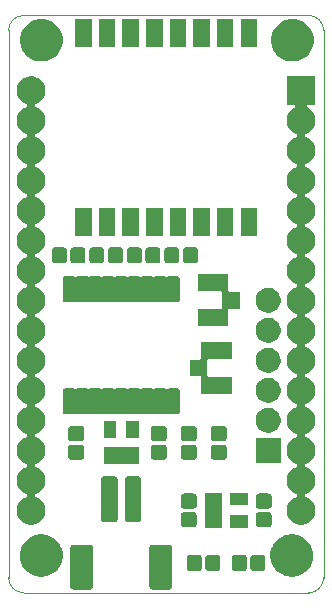
<source format=gbr>
%TF.GenerationSoftware,KiCad,Pcbnew,5.1.5+dfsg1-2~bpo10+1*%
%TF.CreationDate,2020-10-04T09:48:28+00:00*%
%TF.ProjectId,CO2,434f322e-6b69-4636-9164-5f7063625858,rev?*%
%TF.SameCoordinates,Original*%
%TF.FileFunction,Soldermask,Bot*%
%TF.FilePolarity,Negative*%
%FSLAX45Y45*%
G04 Gerber Fmt 4.5, Leading zero omitted, Abs format (unit mm)*
G04 Created by KiCad (PCBNEW 5.1.5+dfsg1-2~bpo10+1) date 2020-10-04 09:48:28*
%MOMM*%
%LPD*%
G04 APERTURE LIST*
%ADD10C,0.120000*%
%ADD11C,0.150000*%
G04 APERTURE END LIST*
D10*
X-63500Y-4254500D02*
G75*
G02X-190500Y-4127500I0J127000D01*
G01*
X2476500Y-4127500D02*
G75*
G02X2349500Y-4254500I-127000J0D01*
G01*
X-190500Y507511D02*
G75*
G02X-63500Y634511I127000J0D01*
G01*
X2349500Y634511D02*
G75*
G02X2476500Y507511I0J-127000D01*
G01*
X2476500Y-4127500D02*
X2476500Y508000D01*
X-63500Y-4254500D02*
X2349500Y-4254500D01*
X-190500Y508000D02*
X-190500Y-4127500D01*
X2349500Y634511D02*
X-63500Y634511D01*
D11*
G36*
X1173207Y-3847008D02*
G01*
X1177573Y-3848332D01*
X1181596Y-3850483D01*
X1185123Y-3853377D01*
X1188017Y-3856904D01*
X1190168Y-3860927D01*
X1191492Y-3865293D01*
X1192000Y-3870447D01*
X1192000Y-4202553D01*
X1191492Y-4207707D01*
X1190168Y-4212073D01*
X1188017Y-4216096D01*
X1185123Y-4219623D01*
X1181596Y-4222517D01*
X1177573Y-4224668D01*
X1173207Y-4225992D01*
X1168053Y-4226500D01*
X1025947Y-4226500D01*
X1020793Y-4225992D01*
X1016427Y-4224668D01*
X1012404Y-4222517D01*
X1008877Y-4219623D01*
X1005983Y-4216096D01*
X1003832Y-4212073D01*
X1002508Y-4207707D01*
X1002000Y-4202553D01*
X1002000Y-3870447D01*
X1002508Y-3865293D01*
X1003832Y-3860927D01*
X1005983Y-3856904D01*
X1008877Y-3853377D01*
X1012404Y-3850483D01*
X1016427Y-3848332D01*
X1020793Y-3847008D01*
X1025947Y-3846500D01*
X1168053Y-3846500D01*
X1173207Y-3847008D01*
G37*
G36*
X503207Y-3847008D02*
G01*
X507573Y-3848332D01*
X511596Y-3850483D01*
X515123Y-3853377D01*
X518017Y-3856904D01*
X520168Y-3860927D01*
X521492Y-3865293D01*
X522000Y-3870447D01*
X522000Y-4202553D01*
X521492Y-4207707D01*
X520168Y-4212073D01*
X518017Y-4216096D01*
X515123Y-4219623D01*
X511596Y-4222517D01*
X507573Y-4224668D01*
X503207Y-4225992D01*
X498053Y-4226500D01*
X355947Y-4226500D01*
X350793Y-4225992D01*
X346427Y-4224668D01*
X342404Y-4222517D01*
X338877Y-4219623D01*
X335983Y-4216096D01*
X333832Y-4212073D01*
X332508Y-4207707D01*
X332000Y-4202553D01*
X332000Y-3870447D01*
X332508Y-3865293D01*
X333832Y-3860927D01*
X335983Y-3856904D01*
X338877Y-3853377D01*
X342404Y-3850483D01*
X346427Y-3848332D01*
X350793Y-3847008D01*
X355947Y-3846500D01*
X498053Y-3846500D01*
X503207Y-3847008D01*
G37*
G36*
X2241116Y-3761459D02*
G01*
X2258504Y-3764917D01*
X2291262Y-3778486D01*
X2320743Y-3798185D01*
X2345815Y-3823257D01*
X2364912Y-3851837D01*
X2365514Y-3852738D01*
X2366772Y-3855775D01*
X2379083Y-3885496D01*
X2379083Y-3885496D01*
X2386000Y-3920271D01*
X2386000Y-3955729D01*
X2382541Y-3973116D01*
X2379083Y-3990504D01*
X2365514Y-4023262D01*
X2345815Y-4052743D01*
X2320743Y-4077815D01*
X2291262Y-4097514D01*
X2258504Y-4111083D01*
X2241116Y-4114541D01*
X2223729Y-4118000D01*
X2188271Y-4118000D01*
X2170884Y-4114541D01*
X2153496Y-4111083D01*
X2120738Y-4097514D01*
X2091257Y-4077815D01*
X2066185Y-4052743D01*
X2046486Y-4023262D01*
X2032917Y-3990504D01*
X2029459Y-3973116D01*
X2026000Y-3955729D01*
X2026000Y-3920271D01*
X2032917Y-3885496D01*
X2032917Y-3885496D01*
X2045228Y-3855775D01*
X2046486Y-3852738D01*
X2047088Y-3851837D01*
X2066185Y-3823257D01*
X2091257Y-3798185D01*
X2120738Y-3778486D01*
X2153496Y-3764917D01*
X2170884Y-3761459D01*
X2188271Y-3758000D01*
X2223729Y-3758000D01*
X2241116Y-3761459D01*
G37*
G36*
X121116Y-3761459D02*
G01*
X138504Y-3764917D01*
X171262Y-3778486D01*
X200743Y-3798185D01*
X225815Y-3823257D01*
X244912Y-3851837D01*
X245514Y-3852738D01*
X246772Y-3855775D01*
X259083Y-3885496D01*
X259083Y-3885496D01*
X266000Y-3920271D01*
X266000Y-3955729D01*
X262541Y-3973116D01*
X259083Y-3990504D01*
X245514Y-4023262D01*
X225815Y-4052743D01*
X200743Y-4077815D01*
X171262Y-4097514D01*
X138504Y-4111083D01*
X121116Y-4114541D01*
X103729Y-4118000D01*
X68271Y-4118000D01*
X50884Y-4114541D01*
X33496Y-4111083D01*
X738Y-4097514D01*
X-28743Y-4077815D01*
X-53815Y-4052743D01*
X-73514Y-4023262D01*
X-87083Y-3990504D01*
X-90541Y-3973116D01*
X-94000Y-3955729D01*
X-94000Y-3920271D01*
X-87083Y-3885496D01*
X-87083Y-3885496D01*
X-74772Y-3855775D01*
X-73514Y-3852738D01*
X-72912Y-3851837D01*
X-53815Y-3823257D01*
X-28743Y-3798185D01*
X738Y-3778486D01*
X33496Y-3764917D01*
X50884Y-3761459D01*
X68271Y-3758000D01*
X103729Y-3758000D01*
X121116Y-3761459D01*
G37*
G36*
X1424862Y-3933552D02*
G01*
X1429658Y-3935007D01*
X1434078Y-3937369D01*
X1437952Y-3940548D01*
X1441131Y-3944422D01*
X1443493Y-3948841D01*
X1444948Y-3953638D01*
X1445500Y-3959239D01*
X1445500Y-4041761D01*
X1444948Y-4047362D01*
X1443493Y-4052158D01*
X1441131Y-4056578D01*
X1437952Y-4060452D01*
X1434078Y-4063631D01*
X1429658Y-4065993D01*
X1424862Y-4067448D01*
X1419261Y-4068000D01*
X1344239Y-4068000D01*
X1338638Y-4067448D01*
X1333842Y-4065993D01*
X1329422Y-4063631D01*
X1325548Y-4060452D01*
X1322369Y-4056578D01*
X1320007Y-4052158D01*
X1318552Y-4047362D01*
X1318000Y-4041761D01*
X1318000Y-3959239D01*
X1318552Y-3953638D01*
X1320007Y-3948841D01*
X1322369Y-3944422D01*
X1325548Y-3940548D01*
X1329422Y-3937369D01*
X1333842Y-3935007D01*
X1338638Y-3933552D01*
X1344239Y-3933000D01*
X1419261Y-3933000D01*
X1424862Y-3933552D01*
G37*
G36*
X1805862Y-3933552D02*
G01*
X1810658Y-3935007D01*
X1815078Y-3937369D01*
X1818952Y-3940548D01*
X1822131Y-3944422D01*
X1824493Y-3948841D01*
X1825948Y-3953638D01*
X1826500Y-3959239D01*
X1826500Y-4041761D01*
X1825948Y-4047362D01*
X1824493Y-4052158D01*
X1822131Y-4056578D01*
X1818952Y-4060452D01*
X1815078Y-4063631D01*
X1810658Y-4065993D01*
X1805862Y-4067448D01*
X1800261Y-4068000D01*
X1725239Y-4068000D01*
X1719638Y-4067448D01*
X1714841Y-4065993D01*
X1710422Y-4063631D01*
X1706548Y-4060452D01*
X1703369Y-4056578D01*
X1701007Y-4052158D01*
X1699552Y-4047362D01*
X1699000Y-4041761D01*
X1699000Y-3959239D01*
X1699552Y-3953638D01*
X1701007Y-3948841D01*
X1703369Y-3944422D01*
X1706548Y-3940548D01*
X1710422Y-3937369D01*
X1714841Y-3935007D01*
X1719638Y-3933552D01*
X1725239Y-3933000D01*
X1800261Y-3933000D01*
X1805862Y-3933552D01*
G37*
G36*
X1963362Y-3933552D02*
G01*
X1968158Y-3935007D01*
X1972578Y-3937369D01*
X1976452Y-3940548D01*
X1979631Y-3944422D01*
X1981993Y-3948841D01*
X1983448Y-3953638D01*
X1984000Y-3959239D01*
X1984000Y-4041761D01*
X1983448Y-4047362D01*
X1981993Y-4052158D01*
X1979631Y-4056578D01*
X1976452Y-4060452D01*
X1972578Y-4063631D01*
X1968158Y-4065993D01*
X1963362Y-4067448D01*
X1957761Y-4068000D01*
X1882739Y-4068000D01*
X1877138Y-4067448D01*
X1872341Y-4065993D01*
X1867922Y-4063631D01*
X1864048Y-4060452D01*
X1860869Y-4056578D01*
X1858507Y-4052158D01*
X1857052Y-4047362D01*
X1856500Y-4041761D01*
X1856500Y-3959239D01*
X1857052Y-3953638D01*
X1858507Y-3948841D01*
X1860869Y-3944422D01*
X1864048Y-3940548D01*
X1867922Y-3937369D01*
X1872341Y-3935007D01*
X1877138Y-3933552D01*
X1882739Y-3933000D01*
X1957761Y-3933000D01*
X1963362Y-3933552D01*
G37*
G36*
X1582362Y-3933552D02*
G01*
X1587158Y-3935007D01*
X1591578Y-3937369D01*
X1595452Y-3940548D01*
X1598631Y-3944422D01*
X1600993Y-3948841D01*
X1602448Y-3953638D01*
X1603000Y-3959239D01*
X1603000Y-4041761D01*
X1602448Y-4047362D01*
X1600993Y-4052158D01*
X1598631Y-4056578D01*
X1595452Y-4060452D01*
X1591578Y-4063631D01*
X1587158Y-4065993D01*
X1582362Y-4067448D01*
X1576761Y-4068000D01*
X1501739Y-4068000D01*
X1496138Y-4067448D01*
X1491341Y-4065993D01*
X1486922Y-4063631D01*
X1483048Y-4060452D01*
X1479869Y-4056578D01*
X1477507Y-4052158D01*
X1476052Y-4047362D01*
X1475500Y-4041761D01*
X1475500Y-3959239D01*
X1476052Y-3953638D01*
X1477507Y-3948841D01*
X1479869Y-3944422D01*
X1483048Y-3940548D01*
X1486922Y-3937369D01*
X1491341Y-3935007D01*
X1496138Y-3933552D01*
X1501739Y-3933000D01*
X1576761Y-3933000D01*
X1582362Y-3933552D01*
G37*
G36*
X1834000Y-3703500D02*
G01*
X1688000Y-3703500D01*
X1688000Y-3598500D01*
X1834000Y-3598500D01*
X1834000Y-3703500D01*
G37*
G36*
X1614000Y-3703500D02*
G01*
X1468000Y-3703500D01*
X1468000Y-3408500D01*
X1614000Y-3408500D01*
X1614000Y-3703500D01*
G37*
G36*
X2015362Y-3571552D02*
G01*
X2020158Y-3573007D01*
X2024578Y-3575369D01*
X2028452Y-3578548D01*
X2031631Y-3582422D01*
X2033993Y-3586841D01*
X2035448Y-3591638D01*
X2036000Y-3597239D01*
X2036000Y-3672261D01*
X2035448Y-3677862D01*
X2033993Y-3682658D01*
X2031631Y-3687078D01*
X2028452Y-3690952D01*
X2024578Y-3694131D01*
X2020158Y-3696493D01*
X2015362Y-3697948D01*
X2009761Y-3698500D01*
X1927239Y-3698500D01*
X1921638Y-3697948D01*
X1916841Y-3696493D01*
X1912422Y-3694131D01*
X1908548Y-3690952D01*
X1905369Y-3687078D01*
X1903007Y-3682658D01*
X1901552Y-3677862D01*
X1901000Y-3672261D01*
X1901000Y-3597239D01*
X1901552Y-3591638D01*
X1903007Y-3586841D01*
X1905369Y-3582422D01*
X1908548Y-3578548D01*
X1912422Y-3575369D01*
X1916841Y-3573007D01*
X1921638Y-3571552D01*
X1927239Y-3571000D01*
X2009761Y-3571000D01*
X2015362Y-3571552D01*
G37*
G36*
X1380362Y-3571552D02*
G01*
X1385159Y-3573007D01*
X1389578Y-3575369D01*
X1393452Y-3578548D01*
X1396631Y-3582422D01*
X1398993Y-3586841D01*
X1400448Y-3591638D01*
X1401000Y-3597239D01*
X1401000Y-3672261D01*
X1400448Y-3677862D01*
X1398993Y-3682658D01*
X1396631Y-3687078D01*
X1393452Y-3690952D01*
X1389578Y-3694131D01*
X1385159Y-3696493D01*
X1380362Y-3697948D01*
X1374761Y-3698500D01*
X1292239Y-3698500D01*
X1286638Y-3697948D01*
X1281842Y-3696493D01*
X1277422Y-3694131D01*
X1273548Y-3690952D01*
X1270369Y-3687078D01*
X1268007Y-3682658D01*
X1266552Y-3677862D01*
X1266000Y-3672261D01*
X1266000Y-3597239D01*
X1266552Y-3591638D01*
X1268007Y-3586841D01*
X1270369Y-3582422D01*
X1273548Y-3578548D01*
X1277422Y-3575369D01*
X1281842Y-3573007D01*
X1286638Y-3571552D01*
X1292239Y-3571000D01*
X1374761Y-3571000D01*
X1380362Y-3571552D01*
G37*
G36*
X35469Y116927D02*
G01*
X57599Y107761D01*
X57599Y107760D01*
X77516Y94453D01*
X94453Y77516D01*
X107760Y57599D01*
X107761Y57599D01*
X116927Y35469D01*
X121600Y11977D01*
X121600Y-11977D01*
X116927Y-35469D01*
X107761Y-57599D01*
X107760Y-57599D01*
X94453Y-77516D01*
X77516Y-94453D01*
X57599Y-107760D01*
X57599Y-107761D01*
X57599Y-107761D01*
X39032Y-115452D01*
X36870Y-116607D01*
X34976Y-118161D01*
X33422Y-120055D01*
X32267Y-122216D01*
X31555Y-124561D01*
X31315Y-127000D01*
X31555Y-129439D01*
X32267Y-131784D01*
X33422Y-133945D01*
X34976Y-135839D01*
X36871Y-137393D01*
X39032Y-138548D01*
X57599Y-146239D01*
X57599Y-146240D01*
X77516Y-159547D01*
X94453Y-176484D01*
X107760Y-196401D01*
X107761Y-196401D01*
X116927Y-218531D01*
X121600Y-242023D01*
X121600Y-265977D01*
X116927Y-289469D01*
X107761Y-311599D01*
X107760Y-311599D01*
X94453Y-331516D01*
X77516Y-348453D01*
X57599Y-361760D01*
X57599Y-361761D01*
X57599Y-361761D01*
X39032Y-369452D01*
X36870Y-370607D01*
X34976Y-372161D01*
X33422Y-374055D01*
X32267Y-376216D01*
X31555Y-378561D01*
X31315Y-381000D01*
X31555Y-383439D01*
X32267Y-385783D01*
X33422Y-387945D01*
X34976Y-389839D01*
X36871Y-391393D01*
X39032Y-392548D01*
X57599Y-400239D01*
X57599Y-400239D01*
X77516Y-413547D01*
X94453Y-430484D01*
X107760Y-450401D01*
X107761Y-450401D01*
X116927Y-472531D01*
X121600Y-496023D01*
X121600Y-519977D01*
X116927Y-543469D01*
X107761Y-565599D01*
X107760Y-565599D01*
X94453Y-585516D01*
X77516Y-602453D01*
X57599Y-615761D01*
X57599Y-615761D01*
X57599Y-615761D01*
X39032Y-623452D01*
X36870Y-624607D01*
X34976Y-626161D01*
X33422Y-628056D01*
X32267Y-630217D01*
X31555Y-632561D01*
X31315Y-635000D01*
X31555Y-637439D01*
X32267Y-639784D01*
X33422Y-641945D01*
X34976Y-643839D01*
X36871Y-645393D01*
X39032Y-646548D01*
X57599Y-654239D01*
X57599Y-654240D01*
X77516Y-667547D01*
X94453Y-684485D01*
X107760Y-704401D01*
X107761Y-704401D01*
X116927Y-726531D01*
X121600Y-750023D01*
X121600Y-773977D01*
X116927Y-797469D01*
X107761Y-819599D01*
X107760Y-819599D01*
X94453Y-839515D01*
X77516Y-856453D01*
X57599Y-869760D01*
X57599Y-869761D01*
X57599Y-869761D01*
X39032Y-877452D01*
X36870Y-878607D01*
X34976Y-880161D01*
X33422Y-882055D01*
X32267Y-884216D01*
X31555Y-886561D01*
X31315Y-889000D01*
X31555Y-891439D01*
X32267Y-893783D01*
X33422Y-895945D01*
X34976Y-897839D01*
X36871Y-899393D01*
X39032Y-900548D01*
X57599Y-908239D01*
X57599Y-908239D01*
X77516Y-921547D01*
X94453Y-938484D01*
X107760Y-958401D01*
X107761Y-958401D01*
X116927Y-980531D01*
X121600Y-1004023D01*
X121600Y-1027977D01*
X116927Y-1051469D01*
X107761Y-1073599D01*
X107760Y-1073599D01*
X94453Y-1093516D01*
X77516Y-1110453D01*
X57599Y-1123761D01*
X57599Y-1123761D01*
X57599Y-1123761D01*
X39032Y-1131452D01*
X36870Y-1132607D01*
X34976Y-1134161D01*
X33422Y-1136056D01*
X32267Y-1138217D01*
X31555Y-1140561D01*
X31315Y-1143000D01*
X31555Y-1145439D01*
X32267Y-1147784D01*
X33422Y-1149945D01*
X34976Y-1151839D01*
X36871Y-1153393D01*
X39032Y-1154548D01*
X57599Y-1162239D01*
X57599Y-1162240D01*
X77516Y-1175547D01*
X94453Y-1192485D01*
X107760Y-1212401D01*
X107761Y-1212401D01*
X116927Y-1234531D01*
X121600Y-1258023D01*
X121600Y-1281977D01*
X116927Y-1305469D01*
X107761Y-1327599D01*
X107760Y-1327599D01*
X94453Y-1347516D01*
X77516Y-1364453D01*
X57599Y-1377761D01*
X57599Y-1377761D01*
X57599Y-1377761D01*
X39032Y-1385452D01*
X36870Y-1386607D01*
X34976Y-1388161D01*
X33422Y-1390056D01*
X32267Y-1392217D01*
X31555Y-1394561D01*
X31315Y-1397000D01*
X31555Y-1399439D01*
X32267Y-1401783D01*
X33422Y-1403945D01*
X34976Y-1405839D01*
X36871Y-1407393D01*
X39032Y-1408548D01*
X57599Y-1416239D01*
X57599Y-1416239D01*
X77516Y-1429547D01*
X94453Y-1446484D01*
X106122Y-1463948D01*
X107761Y-1466401D01*
X116927Y-1488531D01*
X121600Y-1512023D01*
X121600Y-1535977D01*
X116927Y-1559469D01*
X108301Y-1580294D01*
X107760Y-1581599D01*
X94453Y-1601515D01*
X77516Y-1618453D01*
X57599Y-1631760D01*
X57599Y-1631761D01*
X57599Y-1631761D01*
X39032Y-1639452D01*
X36870Y-1640607D01*
X34976Y-1642161D01*
X33422Y-1644055D01*
X32267Y-1646216D01*
X31555Y-1648561D01*
X31315Y-1651000D01*
X31555Y-1653439D01*
X32267Y-1655783D01*
X33422Y-1657945D01*
X34976Y-1659839D01*
X36871Y-1661393D01*
X39032Y-1662548D01*
X57599Y-1670239D01*
X57599Y-1670239D01*
X77516Y-1683547D01*
X94453Y-1700484D01*
X101523Y-1711066D01*
X107761Y-1720401D01*
X116927Y-1742531D01*
X121600Y-1766023D01*
X121600Y-1789977D01*
X116927Y-1813469D01*
X111018Y-1827736D01*
X107760Y-1835599D01*
X94453Y-1855515D01*
X77516Y-1872453D01*
X57599Y-1885760D01*
X57599Y-1885761D01*
X57599Y-1885761D01*
X39032Y-1893452D01*
X36870Y-1894607D01*
X34976Y-1896161D01*
X33422Y-1898055D01*
X32267Y-1900216D01*
X31555Y-1902561D01*
X31315Y-1905000D01*
X31555Y-1907439D01*
X32267Y-1909783D01*
X33422Y-1911945D01*
X34976Y-1913839D01*
X36871Y-1915393D01*
X39032Y-1916548D01*
X57599Y-1924239D01*
X57599Y-1924239D01*
X77516Y-1937547D01*
X94453Y-1954484D01*
X101523Y-1965066D01*
X107761Y-1974401D01*
X116927Y-1996531D01*
X121600Y-2020023D01*
X121600Y-2043977D01*
X116927Y-2067469D01*
X111018Y-2081736D01*
X107760Y-2089599D01*
X94453Y-2109516D01*
X77516Y-2126453D01*
X57599Y-2139761D01*
X57599Y-2139761D01*
X57599Y-2139761D01*
X39032Y-2147452D01*
X36870Y-2148607D01*
X34976Y-2150161D01*
X33422Y-2152056D01*
X32267Y-2154217D01*
X31555Y-2156561D01*
X31315Y-2159000D01*
X31555Y-2161439D01*
X32267Y-2163784D01*
X33422Y-2165945D01*
X34976Y-2167839D01*
X36871Y-2169393D01*
X39032Y-2170548D01*
X57599Y-2178239D01*
X57599Y-2178240D01*
X77516Y-2191547D01*
X94453Y-2208485D01*
X101523Y-2219067D01*
X107761Y-2228401D01*
X116927Y-2250531D01*
X121600Y-2274023D01*
X121600Y-2297977D01*
X116927Y-2321469D01*
X111018Y-2335736D01*
X107760Y-2343599D01*
X94453Y-2363516D01*
X77516Y-2380453D01*
X57599Y-2393761D01*
X57599Y-2393761D01*
X57599Y-2393761D01*
X39032Y-2401452D01*
X36870Y-2402607D01*
X34976Y-2404161D01*
X33422Y-2406056D01*
X32267Y-2408217D01*
X31555Y-2410561D01*
X31315Y-2413000D01*
X31555Y-2415439D01*
X32267Y-2417784D01*
X33422Y-2419945D01*
X34976Y-2421839D01*
X36871Y-2423393D01*
X39032Y-2424548D01*
X57021Y-2432000D01*
X57599Y-2432240D01*
X77516Y-2445547D01*
X94453Y-2462485D01*
X101523Y-2473067D01*
X107761Y-2482401D01*
X116927Y-2504531D01*
X121600Y-2528023D01*
X121600Y-2551977D01*
X116927Y-2575469D01*
X111018Y-2589736D01*
X107760Y-2597599D01*
X94453Y-2617516D01*
X77516Y-2634453D01*
X57599Y-2647761D01*
X57599Y-2647761D01*
X57599Y-2647761D01*
X39032Y-2655452D01*
X36870Y-2656607D01*
X34976Y-2658161D01*
X33422Y-2660056D01*
X32267Y-2662217D01*
X31555Y-2664561D01*
X31315Y-2667000D01*
X31555Y-2669439D01*
X32267Y-2671784D01*
X33422Y-2673945D01*
X34976Y-2675839D01*
X36871Y-2677393D01*
X39032Y-2678548D01*
X57599Y-2686239D01*
X57599Y-2686240D01*
X77516Y-2699547D01*
X94453Y-2716485D01*
X107456Y-2735945D01*
X107761Y-2736401D01*
X116927Y-2758531D01*
X121600Y-2782023D01*
X121600Y-2805977D01*
X116927Y-2829469D01*
X109927Y-2846369D01*
X107760Y-2851599D01*
X94453Y-2871515D01*
X77516Y-2888453D01*
X57599Y-2901760D01*
X57599Y-2901761D01*
X57599Y-2901761D01*
X39032Y-2909452D01*
X36870Y-2910607D01*
X34976Y-2912161D01*
X33422Y-2914055D01*
X32267Y-2916216D01*
X31555Y-2918561D01*
X31315Y-2921000D01*
X31555Y-2923439D01*
X32267Y-2925783D01*
X33422Y-2927945D01*
X34976Y-2929839D01*
X36871Y-2931393D01*
X39032Y-2932548D01*
X57599Y-2940239D01*
X57599Y-2940239D01*
X77516Y-2953547D01*
X94453Y-2970484D01*
X107760Y-2990401D01*
X107761Y-2990401D01*
X116927Y-3012531D01*
X121600Y-3036023D01*
X121600Y-3059977D01*
X116927Y-3083469D01*
X112099Y-3095125D01*
X107760Y-3105599D01*
X94453Y-3125515D01*
X77516Y-3142453D01*
X57599Y-3155760D01*
X57599Y-3155761D01*
X57599Y-3155761D01*
X39032Y-3163452D01*
X36870Y-3164607D01*
X34976Y-3166161D01*
X33422Y-3168055D01*
X32267Y-3170216D01*
X31555Y-3172561D01*
X31315Y-3175000D01*
X31555Y-3177439D01*
X32267Y-3179783D01*
X33422Y-3181945D01*
X34976Y-3183839D01*
X36871Y-3185393D01*
X39032Y-3186548D01*
X57599Y-3194239D01*
X57599Y-3194239D01*
X77516Y-3207547D01*
X94453Y-3224484D01*
X107760Y-3244401D01*
X107761Y-3244401D01*
X116927Y-3266531D01*
X121600Y-3290023D01*
X121600Y-3313977D01*
X116927Y-3337469D01*
X107761Y-3359599D01*
X107760Y-3359599D01*
X94453Y-3379515D01*
X77516Y-3396453D01*
X57599Y-3409760D01*
X57599Y-3409761D01*
X57599Y-3409761D01*
X39032Y-3417452D01*
X36870Y-3418607D01*
X34976Y-3420161D01*
X33422Y-3422055D01*
X32267Y-3424216D01*
X31555Y-3426561D01*
X31315Y-3429000D01*
X31555Y-3431439D01*
X32267Y-3433783D01*
X33422Y-3435945D01*
X34976Y-3437839D01*
X36871Y-3439393D01*
X39032Y-3440548D01*
X57599Y-3448239D01*
X57599Y-3448239D01*
X77516Y-3461547D01*
X94453Y-3478484D01*
X107760Y-3498401D01*
X107761Y-3498401D01*
X116927Y-3520531D01*
X121600Y-3544023D01*
X121600Y-3567977D01*
X116927Y-3591469D01*
X109873Y-3608500D01*
X107760Y-3613599D01*
X94453Y-3633515D01*
X77516Y-3650453D01*
X57599Y-3663760D01*
X57599Y-3663761D01*
X57599Y-3663761D01*
X35469Y-3672927D01*
X11977Y-3677600D01*
X-11977Y-3677600D01*
X-35469Y-3672927D01*
X-57599Y-3663761D01*
X-57599Y-3663761D01*
X-57599Y-3663760D01*
X-77516Y-3650453D01*
X-94453Y-3633515D01*
X-107760Y-3613599D01*
X-109873Y-3608500D01*
X-116927Y-3591469D01*
X-121600Y-3567977D01*
X-121600Y-3544023D01*
X-116927Y-3520531D01*
X-107761Y-3498401D01*
X-107760Y-3498401D01*
X-94453Y-3478484D01*
X-77516Y-3461547D01*
X-57599Y-3448239D01*
X-57599Y-3448239D01*
X-39032Y-3440548D01*
X-36870Y-3439393D01*
X-34976Y-3437839D01*
X-33422Y-3435944D01*
X-32267Y-3433783D01*
X-31555Y-3431439D01*
X-31315Y-3429000D01*
X-31555Y-3426561D01*
X-32267Y-3424216D01*
X-33422Y-3422055D01*
X-34976Y-3420161D01*
X-36871Y-3418607D01*
X-39032Y-3417452D01*
X-57599Y-3409761D01*
X-57599Y-3409761D01*
X-57599Y-3409760D01*
X-77516Y-3396453D01*
X-94453Y-3379515D01*
X-107760Y-3359599D01*
X-107761Y-3359599D01*
X-116927Y-3337469D01*
X-121600Y-3313977D01*
X-121600Y-3290023D01*
X-116927Y-3266531D01*
X-107761Y-3244401D01*
X-107760Y-3244401D01*
X-94453Y-3224484D01*
X-77516Y-3207547D01*
X-57599Y-3194239D01*
X-57599Y-3194239D01*
X-39032Y-3186548D01*
X-36870Y-3185393D01*
X-34976Y-3183839D01*
X-33422Y-3181944D01*
X-32267Y-3179783D01*
X-31555Y-3177439D01*
X-31315Y-3175000D01*
X-31555Y-3172561D01*
X-32267Y-3170216D01*
X-33422Y-3168055D01*
X-34976Y-3166161D01*
X-36871Y-3164607D01*
X-39032Y-3163452D01*
X-57599Y-3155761D01*
X-57599Y-3155761D01*
X-57599Y-3155760D01*
X-77516Y-3142453D01*
X-94453Y-3125515D01*
X-107760Y-3105599D01*
X-112099Y-3095125D01*
X-116927Y-3083469D01*
X-121600Y-3059977D01*
X-121600Y-3036023D01*
X-116927Y-3012531D01*
X-107761Y-2990401D01*
X-107760Y-2990401D01*
X-94453Y-2970484D01*
X-77516Y-2953547D01*
X-57599Y-2940239D01*
X-57599Y-2940239D01*
X-39032Y-2932548D01*
X-36870Y-2931393D01*
X-34976Y-2929839D01*
X-33422Y-2927944D01*
X-32267Y-2925783D01*
X-31555Y-2923439D01*
X-31315Y-2921000D01*
X-31555Y-2918561D01*
X-32267Y-2916216D01*
X-33422Y-2914055D01*
X-34976Y-2912161D01*
X-36871Y-2910607D01*
X-39032Y-2909452D01*
X-57599Y-2901761D01*
X-57599Y-2901761D01*
X-57599Y-2901760D01*
X-77516Y-2888453D01*
X-94453Y-2871515D01*
X-107760Y-2851599D01*
X-109927Y-2846369D01*
X-116927Y-2829469D01*
X-121600Y-2805977D01*
X-121600Y-2782023D01*
X-116927Y-2758531D01*
X-107761Y-2736401D01*
X-107456Y-2735945D01*
X-94453Y-2716485D01*
X-77516Y-2699547D01*
X-57599Y-2686240D01*
X-57599Y-2686239D01*
X-39032Y-2678548D01*
X-36870Y-2677393D01*
X-34976Y-2675839D01*
X-33422Y-2673945D01*
X-32267Y-2671784D01*
X-31555Y-2669439D01*
X-31315Y-2667000D01*
X-31555Y-2664561D01*
X-32267Y-2662217D01*
X-33422Y-2660055D01*
X-34976Y-2658161D01*
X-36871Y-2656607D01*
X-39032Y-2655452D01*
X-57599Y-2647761D01*
X-57599Y-2647761D01*
X-57599Y-2647761D01*
X-77516Y-2634453D01*
X-94453Y-2617516D01*
X-107760Y-2597599D01*
X-111018Y-2589736D01*
X-116927Y-2575469D01*
X-121600Y-2551977D01*
X-121600Y-2528023D01*
X-116927Y-2504531D01*
X-107761Y-2482401D01*
X-101523Y-2473067D01*
X-94453Y-2462485D01*
X-77516Y-2445547D01*
X-57599Y-2432240D01*
X-57021Y-2432000D01*
X-39032Y-2424548D01*
X-36870Y-2423393D01*
X-34976Y-2421839D01*
X-33422Y-2419945D01*
X-32267Y-2417784D01*
X-31555Y-2415439D01*
X-31315Y-2413000D01*
X-31555Y-2410561D01*
X-32267Y-2408217D01*
X-33422Y-2406055D01*
X-34976Y-2404161D01*
X-36871Y-2402607D01*
X-39032Y-2401452D01*
X-57599Y-2393761D01*
X-57599Y-2393761D01*
X-57599Y-2393761D01*
X-77516Y-2380453D01*
X-94453Y-2363516D01*
X-107760Y-2343599D01*
X-111018Y-2335736D01*
X-116927Y-2321469D01*
X-121600Y-2297977D01*
X-121600Y-2274023D01*
X-116927Y-2250531D01*
X-107761Y-2228401D01*
X-101523Y-2219067D01*
X-94453Y-2208485D01*
X-77516Y-2191547D01*
X-57599Y-2178240D01*
X-57599Y-2178239D01*
X-39032Y-2170548D01*
X-36870Y-2169393D01*
X-34976Y-2167839D01*
X-33422Y-2165945D01*
X-32267Y-2163784D01*
X-31555Y-2161439D01*
X-31315Y-2159000D01*
X-31555Y-2156561D01*
X-32267Y-2154217D01*
X-33422Y-2152055D01*
X-34976Y-2150161D01*
X-36871Y-2148607D01*
X-39032Y-2147452D01*
X-57599Y-2139761D01*
X-57599Y-2139761D01*
X-57599Y-2139761D01*
X-77516Y-2126453D01*
X-94453Y-2109516D01*
X-107760Y-2089599D01*
X-111018Y-2081736D01*
X-116927Y-2067469D01*
X-121600Y-2043977D01*
X-121600Y-2020023D01*
X-116927Y-1996531D01*
X-107761Y-1974401D01*
X-101523Y-1965066D01*
X-94453Y-1954484D01*
X-77516Y-1937547D01*
X-57599Y-1924239D01*
X-57599Y-1924239D01*
X-39032Y-1916548D01*
X-36870Y-1915393D01*
X-34976Y-1913839D01*
X-33422Y-1911944D01*
X-32267Y-1909783D01*
X-31555Y-1907439D01*
X-31315Y-1905000D01*
X-31555Y-1902561D01*
X-32267Y-1900216D01*
X-33422Y-1898055D01*
X-34976Y-1896161D01*
X-36871Y-1894607D01*
X-39032Y-1893452D01*
X-57599Y-1885761D01*
X-57599Y-1885761D01*
X-57599Y-1885760D01*
X-77516Y-1872453D01*
X-94453Y-1855515D01*
X-107760Y-1835599D01*
X-111018Y-1827736D01*
X-116927Y-1813469D01*
X-121600Y-1789977D01*
X-121600Y-1766023D01*
X-116927Y-1742531D01*
X-107761Y-1720401D01*
X-101523Y-1711066D01*
X-94453Y-1700484D01*
X-77516Y-1683547D01*
X-57599Y-1670239D01*
X-57599Y-1670239D01*
X-39032Y-1662548D01*
X-36870Y-1661393D01*
X-34976Y-1659839D01*
X-33422Y-1657944D01*
X-32267Y-1655783D01*
X-31555Y-1653439D01*
X-31315Y-1651000D01*
X-31555Y-1648561D01*
X-32267Y-1646216D01*
X-33422Y-1644055D01*
X-34976Y-1642161D01*
X-36871Y-1640607D01*
X-39032Y-1639452D01*
X-57599Y-1631761D01*
X-57599Y-1631761D01*
X-57599Y-1631760D01*
X-77516Y-1618453D01*
X-94453Y-1601515D01*
X-107760Y-1581599D01*
X-108301Y-1580294D01*
X-116927Y-1559469D01*
X-121600Y-1535977D01*
X-121600Y-1512023D01*
X-116927Y-1488531D01*
X-107761Y-1466401D01*
X-106122Y-1463948D01*
X-94453Y-1446484D01*
X-77516Y-1429547D01*
X-57599Y-1416239D01*
X-57599Y-1416239D01*
X-39032Y-1408548D01*
X-36870Y-1407393D01*
X-34976Y-1405839D01*
X-33422Y-1403944D01*
X-32267Y-1401783D01*
X-31555Y-1399439D01*
X-31315Y-1397000D01*
X-31555Y-1394561D01*
X-32267Y-1392217D01*
X-33422Y-1390055D01*
X-34976Y-1388161D01*
X-36871Y-1386607D01*
X-39032Y-1385452D01*
X-57599Y-1377761D01*
X-57599Y-1377761D01*
X-57599Y-1377761D01*
X-77516Y-1364453D01*
X-94453Y-1347516D01*
X-107760Y-1327599D01*
X-107761Y-1327599D01*
X-116927Y-1305469D01*
X-121600Y-1281977D01*
X-121600Y-1258023D01*
X-116927Y-1234531D01*
X-107761Y-1212401D01*
X-107760Y-1212401D01*
X-94453Y-1192485D01*
X-77516Y-1175547D01*
X-57599Y-1162240D01*
X-57599Y-1162239D01*
X-39032Y-1154548D01*
X-36870Y-1153393D01*
X-34976Y-1151839D01*
X-33422Y-1149945D01*
X-32267Y-1147784D01*
X-31555Y-1145439D01*
X-31315Y-1143000D01*
X-31555Y-1140561D01*
X-32267Y-1138217D01*
X-33422Y-1136055D01*
X-34976Y-1134161D01*
X-36871Y-1132607D01*
X-39032Y-1131452D01*
X-57599Y-1123761D01*
X-57599Y-1123761D01*
X-57599Y-1123761D01*
X-77516Y-1110453D01*
X-94453Y-1093516D01*
X-107760Y-1073599D01*
X-107761Y-1073599D01*
X-116927Y-1051469D01*
X-121600Y-1027977D01*
X-121600Y-1004023D01*
X-116927Y-980531D01*
X-107761Y-958401D01*
X-107760Y-958401D01*
X-94453Y-938484D01*
X-77516Y-921547D01*
X-57599Y-908239D01*
X-57599Y-908239D01*
X-39032Y-900548D01*
X-36870Y-899393D01*
X-34976Y-897839D01*
X-33422Y-895944D01*
X-32267Y-893783D01*
X-31555Y-891439D01*
X-31315Y-889000D01*
X-31555Y-886561D01*
X-32267Y-884216D01*
X-33422Y-882055D01*
X-34976Y-880161D01*
X-36871Y-878607D01*
X-39032Y-877452D01*
X-57599Y-869761D01*
X-57599Y-869761D01*
X-57599Y-869760D01*
X-77516Y-856453D01*
X-94453Y-839515D01*
X-107760Y-819599D01*
X-107761Y-819599D01*
X-116927Y-797469D01*
X-121600Y-773977D01*
X-121600Y-750023D01*
X-116927Y-726531D01*
X-107761Y-704401D01*
X-107760Y-704401D01*
X-94453Y-684485D01*
X-77516Y-667547D01*
X-57599Y-654240D01*
X-57599Y-654239D01*
X-39032Y-646548D01*
X-36870Y-645393D01*
X-34976Y-643839D01*
X-33422Y-641945D01*
X-32267Y-639784D01*
X-31555Y-637439D01*
X-31315Y-635000D01*
X-31555Y-632561D01*
X-32267Y-630217D01*
X-33422Y-628055D01*
X-34976Y-626161D01*
X-36871Y-624607D01*
X-39032Y-623452D01*
X-57599Y-615761D01*
X-57599Y-615761D01*
X-57599Y-615761D01*
X-77516Y-602453D01*
X-94453Y-585516D01*
X-107760Y-565599D01*
X-107761Y-565599D01*
X-116927Y-543469D01*
X-121600Y-519977D01*
X-121600Y-496023D01*
X-116927Y-472531D01*
X-107761Y-450401D01*
X-107760Y-450401D01*
X-94453Y-430484D01*
X-77516Y-413547D01*
X-57599Y-400239D01*
X-57599Y-400239D01*
X-39032Y-392548D01*
X-36870Y-391393D01*
X-34976Y-389839D01*
X-33422Y-387944D01*
X-32267Y-385783D01*
X-31555Y-383439D01*
X-31315Y-381000D01*
X-31555Y-378561D01*
X-32267Y-376216D01*
X-33422Y-374055D01*
X-34976Y-372161D01*
X-36871Y-370607D01*
X-39032Y-369452D01*
X-57599Y-361761D01*
X-57599Y-361761D01*
X-57599Y-361760D01*
X-77516Y-348453D01*
X-94453Y-331516D01*
X-107760Y-311599D01*
X-107761Y-311599D01*
X-116927Y-289469D01*
X-121600Y-265977D01*
X-121600Y-242023D01*
X-116927Y-218531D01*
X-107761Y-196401D01*
X-107760Y-196401D01*
X-94453Y-176484D01*
X-77516Y-159547D01*
X-57599Y-146240D01*
X-57599Y-146239D01*
X-39032Y-138548D01*
X-36870Y-137393D01*
X-34976Y-135839D01*
X-33422Y-133945D01*
X-32267Y-131784D01*
X-31555Y-129439D01*
X-31315Y-127000D01*
X-31555Y-124561D01*
X-32267Y-122216D01*
X-33422Y-120055D01*
X-34976Y-118161D01*
X-36871Y-116607D01*
X-39032Y-115452D01*
X-57599Y-107761D01*
X-57599Y-107761D01*
X-57599Y-107760D01*
X-77516Y-94453D01*
X-94453Y-77516D01*
X-107760Y-57599D01*
X-107761Y-57599D01*
X-116927Y-35469D01*
X-121600Y-11977D01*
X-121600Y11977D01*
X-116927Y35469D01*
X-107761Y57599D01*
X-107760Y57599D01*
X-94453Y77516D01*
X-77516Y94453D01*
X-57599Y107760D01*
X-57599Y107761D01*
X-35469Y116927D01*
X-11977Y121600D01*
X11977Y121600D01*
X35469Y116927D01*
G37*
G36*
X2407600Y-121600D02*
G01*
X2346956Y-121600D01*
X2344517Y-121840D01*
X2342172Y-122551D01*
X2340011Y-123707D01*
X2338117Y-125261D01*
X2336562Y-127155D01*
X2335407Y-129316D01*
X2334696Y-131661D01*
X2334456Y-134100D01*
X2334696Y-136539D01*
X2335407Y-138883D01*
X2336562Y-141045D01*
X2338117Y-142939D01*
X2340011Y-144493D01*
X2342172Y-145648D01*
X2343599Y-146239D01*
X2343599Y-146240D01*
X2363516Y-159547D01*
X2380453Y-176484D01*
X2393761Y-196401D01*
X2393761Y-196401D01*
X2402927Y-218531D01*
X2407600Y-242023D01*
X2407600Y-265977D01*
X2402927Y-289469D01*
X2393761Y-311599D01*
X2393761Y-311599D01*
X2380453Y-331516D01*
X2363516Y-348453D01*
X2343599Y-361760D01*
X2343599Y-361761D01*
X2343599Y-361761D01*
X2325032Y-369452D01*
X2322870Y-370607D01*
X2320976Y-372161D01*
X2319422Y-374055D01*
X2318267Y-376216D01*
X2317555Y-378561D01*
X2317315Y-381000D01*
X2317555Y-383439D01*
X2318267Y-385783D01*
X2319422Y-387945D01*
X2320976Y-389839D01*
X2322871Y-391393D01*
X2325032Y-392548D01*
X2343599Y-400239D01*
X2343599Y-400239D01*
X2363516Y-413547D01*
X2380453Y-430484D01*
X2393761Y-450401D01*
X2393761Y-450401D01*
X2402927Y-472531D01*
X2407600Y-496023D01*
X2407600Y-519977D01*
X2402927Y-543469D01*
X2393761Y-565599D01*
X2393761Y-565599D01*
X2380453Y-585516D01*
X2363516Y-602453D01*
X2343599Y-615761D01*
X2343599Y-615761D01*
X2343599Y-615761D01*
X2325032Y-623452D01*
X2322870Y-624607D01*
X2320976Y-626161D01*
X2319422Y-628056D01*
X2318267Y-630217D01*
X2317555Y-632561D01*
X2317315Y-635000D01*
X2317555Y-637439D01*
X2318267Y-639784D01*
X2319422Y-641945D01*
X2320976Y-643839D01*
X2322871Y-645393D01*
X2325032Y-646548D01*
X2343599Y-654239D01*
X2343599Y-654240D01*
X2363516Y-667547D01*
X2380453Y-684485D01*
X2393761Y-704401D01*
X2393761Y-704401D01*
X2402927Y-726531D01*
X2407600Y-750023D01*
X2407600Y-773977D01*
X2402927Y-797469D01*
X2393761Y-819599D01*
X2393761Y-819599D01*
X2380453Y-839515D01*
X2363516Y-856453D01*
X2343599Y-869760D01*
X2343599Y-869761D01*
X2343599Y-869761D01*
X2325032Y-877452D01*
X2322870Y-878607D01*
X2320976Y-880161D01*
X2319422Y-882055D01*
X2318267Y-884216D01*
X2317555Y-886561D01*
X2317315Y-889000D01*
X2317555Y-891439D01*
X2318267Y-893783D01*
X2319422Y-895945D01*
X2320976Y-897839D01*
X2322871Y-899393D01*
X2325032Y-900548D01*
X2343599Y-908239D01*
X2343599Y-908239D01*
X2363516Y-921547D01*
X2380453Y-938484D01*
X2393761Y-958401D01*
X2393761Y-958401D01*
X2402927Y-980531D01*
X2407600Y-1004023D01*
X2407600Y-1027977D01*
X2402927Y-1051469D01*
X2393761Y-1073599D01*
X2393761Y-1073599D01*
X2380453Y-1093516D01*
X2363516Y-1110453D01*
X2343599Y-1123761D01*
X2343599Y-1123761D01*
X2343599Y-1123761D01*
X2325032Y-1131452D01*
X2322870Y-1132607D01*
X2320976Y-1134161D01*
X2319422Y-1136056D01*
X2318267Y-1138217D01*
X2317555Y-1140561D01*
X2317315Y-1143000D01*
X2317555Y-1145439D01*
X2318267Y-1147784D01*
X2319422Y-1149945D01*
X2320976Y-1151839D01*
X2322871Y-1153393D01*
X2325032Y-1154548D01*
X2343599Y-1162239D01*
X2343599Y-1162240D01*
X2363516Y-1175547D01*
X2380453Y-1192485D01*
X2393761Y-1212401D01*
X2393761Y-1212401D01*
X2402927Y-1234531D01*
X2407600Y-1258023D01*
X2407600Y-1281977D01*
X2402927Y-1305469D01*
X2393761Y-1327599D01*
X2393761Y-1327599D01*
X2380453Y-1347516D01*
X2363516Y-1364453D01*
X2343599Y-1377761D01*
X2343599Y-1377761D01*
X2343599Y-1377761D01*
X2325032Y-1385452D01*
X2322870Y-1386607D01*
X2320976Y-1388161D01*
X2319422Y-1390056D01*
X2318267Y-1392217D01*
X2317555Y-1394561D01*
X2317315Y-1397000D01*
X2317555Y-1399439D01*
X2318267Y-1401783D01*
X2319422Y-1403945D01*
X2320976Y-1405839D01*
X2322871Y-1407393D01*
X2325032Y-1408548D01*
X2343599Y-1416239D01*
X2343599Y-1416239D01*
X2363516Y-1429547D01*
X2380453Y-1446484D01*
X2392122Y-1463948D01*
X2393761Y-1466401D01*
X2402927Y-1488531D01*
X2407600Y-1512023D01*
X2407600Y-1535977D01*
X2402927Y-1559469D01*
X2394301Y-1580294D01*
X2393761Y-1581599D01*
X2380453Y-1601515D01*
X2363516Y-1618453D01*
X2343599Y-1631760D01*
X2343599Y-1631761D01*
X2343599Y-1631761D01*
X2325032Y-1639452D01*
X2322870Y-1640607D01*
X2320976Y-1642161D01*
X2319422Y-1644055D01*
X2318267Y-1646216D01*
X2317555Y-1648561D01*
X2317315Y-1651000D01*
X2317555Y-1653439D01*
X2318267Y-1655783D01*
X2319422Y-1657945D01*
X2320976Y-1659839D01*
X2322871Y-1661393D01*
X2325032Y-1662548D01*
X2343599Y-1670239D01*
X2343599Y-1670239D01*
X2363516Y-1683547D01*
X2380453Y-1700484D01*
X2387524Y-1711066D01*
X2393761Y-1720401D01*
X2402927Y-1742531D01*
X2407600Y-1766023D01*
X2407600Y-1789977D01*
X2402927Y-1813469D01*
X2397018Y-1827736D01*
X2393761Y-1835599D01*
X2380453Y-1855515D01*
X2363516Y-1872453D01*
X2343599Y-1885760D01*
X2343599Y-1885761D01*
X2343599Y-1885761D01*
X2325032Y-1893452D01*
X2322870Y-1894607D01*
X2320976Y-1896161D01*
X2319422Y-1898055D01*
X2318267Y-1900216D01*
X2317555Y-1902561D01*
X2317315Y-1905000D01*
X2317555Y-1907439D01*
X2318267Y-1909783D01*
X2319422Y-1911945D01*
X2320976Y-1913839D01*
X2322871Y-1915393D01*
X2325032Y-1916548D01*
X2343599Y-1924239D01*
X2343599Y-1924239D01*
X2363516Y-1937547D01*
X2380453Y-1954484D01*
X2387524Y-1965066D01*
X2393761Y-1974401D01*
X2402927Y-1996531D01*
X2407600Y-2020023D01*
X2407600Y-2043977D01*
X2402927Y-2067469D01*
X2397018Y-2081736D01*
X2393761Y-2089599D01*
X2380453Y-2109516D01*
X2363516Y-2126453D01*
X2343599Y-2139761D01*
X2343599Y-2139761D01*
X2343599Y-2139761D01*
X2325032Y-2147452D01*
X2322870Y-2148607D01*
X2320976Y-2150161D01*
X2319422Y-2152056D01*
X2318267Y-2154217D01*
X2317555Y-2156561D01*
X2317315Y-2159000D01*
X2317555Y-2161439D01*
X2318267Y-2163784D01*
X2319422Y-2165945D01*
X2320976Y-2167839D01*
X2322871Y-2169393D01*
X2325032Y-2170548D01*
X2343599Y-2178239D01*
X2343599Y-2178240D01*
X2363516Y-2191547D01*
X2380453Y-2208485D01*
X2387524Y-2219067D01*
X2393761Y-2228401D01*
X2402927Y-2250531D01*
X2407600Y-2274023D01*
X2407600Y-2297977D01*
X2402927Y-2321469D01*
X2397018Y-2335736D01*
X2393761Y-2343599D01*
X2380453Y-2363516D01*
X2363516Y-2380453D01*
X2343599Y-2393761D01*
X2343599Y-2393761D01*
X2343599Y-2393761D01*
X2325032Y-2401452D01*
X2322870Y-2402607D01*
X2320976Y-2404161D01*
X2319422Y-2406056D01*
X2318267Y-2408217D01*
X2317555Y-2410561D01*
X2317315Y-2413000D01*
X2317555Y-2415439D01*
X2318267Y-2417784D01*
X2319422Y-2419945D01*
X2320976Y-2421839D01*
X2322871Y-2423393D01*
X2325032Y-2424548D01*
X2343021Y-2432000D01*
X2343599Y-2432240D01*
X2363516Y-2445547D01*
X2380453Y-2462485D01*
X2387524Y-2473067D01*
X2393761Y-2482401D01*
X2402927Y-2504531D01*
X2407600Y-2528023D01*
X2407600Y-2551977D01*
X2402927Y-2575469D01*
X2397018Y-2589736D01*
X2393761Y-2597599D01*
X2380453Y-2617516D01*
X2363516Y-2634453D01*
X2343599Y-2647761D01*
X2343599Y-2647761D01*
X2343599Y-2647761D01*
X2325032Y-2655452D01*
X2322870Y-2656607D01*
X2320976Y-2658161D01*
X2319422Y-2660056D01*
X2318267Y-2662217D01*
X2317555Y-2664561D01*
X2317315Y-2667000D01*
X2317555Y-2669439D01*
X2318267Y-2671784D01*
X2319422Y-2673945D01*
X2320976Y-2675839D01*
X2322871Y-2677393D01*
X2325032Y-2678548D01*
X2343599Y-2686239D01*
X2343599Y-2686240D01*
X2363516Y-2699547D01*
X2380453Y-2716485D01*
X2393456Y-2735945D01*
X2393761Y-2736401D01*
X2402927Y-2758531D01*
X2407600Y-2782023D01*
X2407600Y-2805977D01*
X2402927Y-2829469D01*
X2395927Y-2846369D01*
X2393761Y-2851599D01*
X2380453Y-2871515D01*
X2363516Y-2888453D01*
X2343599Y-2901760D01*
X2343599Y-2901761D01*
X2343599Y-2901761D01*
X2325032Y-2909452D01*
X2322870Y-2910607D01*
X2320976Y-2912161D01*
X2319422Y-2914055D01*
X2318267Y-2916216D01*
X2317555Y-2918561D01*
X2317315Y-2921000D01*
X2317555Y-2923439D01*
X2318267Y-2925783D01*
X2319422Y-2927945D01*
X2320976Y-2929839D01*
X2322871Y-2931393D01*
X2325032Y-2932548D01*
X2343599Y-2940239D01*
X2343599Y-2940239D01*
X2363516Y-2953547D01*
X2380453Y-2970484D01*
X2393761Y-2990401D01*
X2393761Y-2990401D01*
X2402927Y-3012531D01*
X2407600Y-3036023D01*
X2407600Y-3059977D01*
X2402927Y-3083469D01*
X2398099Y-3095125D01*
X2393761Y-3105599D01*
X2380453Y-3125515D01*
X2363516Y-3142453D01*
X2343599Y-3155760D01*
X2343599Y-3155761D01*
X2343599Y-3155761D01*
X2325032Y-3163452D01*
X2322870Y-3164607D01*
X2320976Y-3166161D01*
X2319422Y-3168055D01*
X2318267Y-3170216D01*
X2317555Y-3172561D01*
X2317315Y-3175000D01*
X2317555Y-3177439D01*
X2318267Y-3179783D01*
X2319422Y-3181945D01*
X2320976Y-3183839D01*
X2322871Y-3185393D01*
X2325032Y-3186548D01*
X2343599Y-3194239D01*
X2343599Y-3194239D01*
X2363516Y-3207547D01*
X2380453Y-3224484D01*
X2393761Y-3244401D01*
X2393761Y-3244401D01*
X2402927Y-3266531D01*
X2407600Y-3290023D01*
X2407600Y-3313977D01*
X2402927Y-3337469D01*
X2393761Y-3359599D01*
X2393761Y-3359599D01*
X2380453Y-3379515D01*
X2363516Y-3396453D01*
X2343599Y-3409760D01*
X2343599Y-3409761D01*
X2343599Y-3409761D01*
X2325032Y-3417452D01*
X2322870Y-3418607D01*
X2320976Y-3420161D01*
X2319422Y-3422055D01*
X2318267Y-3424216D01*
X2317555Y-3426561D01*
X2317315Y-3429000D01*
X2317555Y-3431439D01*
X2318267Y-3433783D01*
X2319422Y-3435945D01*
X2320976Y-3437839D01*
X2322871Y-3439393D01*
X2325032Y-3440548D01*
X2343599Y-3448239D01*
X2343599Y-3448239D01*
X2363516Y-3461547D01*
X2380453Y-3478484D01*
X2393761Y-3498401D01*
X2393761Y-3498401D01*
X2402927Y-3520531D01*
X2407600Y-3544023D01*
X2407600Y-3567977D01*
X2402927Y-3591469D01*
X2395873Y-3608500D01*
X2393761Y-3613599D01*
X2380453Y-3633515D01*
X2363516Y-3650453D01*
X2343599Y-3663760D01*
X2343599Y-3663761D01*
X2343599Y-3663761D01*
X2321469Y-3672927D01*
X2297977Y-3677600D01*
X2274023Y-3677600D01*
X2250531Y-3672927D01*
X2228401Y-3663761D01*
X2228401Y-3663761D01*
X2228401Y-3663760D01*
X2208485Y-3650453D01*
X2191547Y-3633515D01*
X2178240Y-3613599D01*
X2176127Y-3608500D01*
X2169073Y-3591469D01*
X2164400Y-3567977D01*
X2164400Y-3544023D01*
X2169073Y-3520531D01*
X2178239Y-3498401D01*
X2178240Y-3498401D01*
X2191547Y-3478484D01*
X2208485Y-3461547D01*
X2228401Y-3448239D01*
X2228401Y-3448239D01*
X2246969Y-3440548D01*
X2249130Y-3439393D01*
X2251024Y-3437839D01*
X2252578Y-3435944D01*
X2253733Y-3433783D01*
X2254445Y-3431439D01*
X2254685Y-3429000D01*
X2254445Y-3426561D01*
X2253733Y-3424216D01*
X2252578Y-3422055D01*
X2251024Y-3420161D01*
X2249130Y-3418607D01*
X2246969Y-3417452D01*
X2228401Y-3409761D01*
X2228401Y-3409761D01*
X2228401Y-3409760D01*
X2208485Y-3396453D01*
X2191547Y-3379515D01*
X2178240Y-3359599D01*
X2178239Y-3359599D01*
X2169073Y-3337469D01*
X2164400Y-3313977D01*
X2164400Y-3290023D01*
X2169073Y-3266531D01*
X2178239Y-3244401D01*
X2178240Y-3244401D01*
X2191547Y-3224484D01*
X2208485Y-3207547D01*
X2228401Y-3194239D01*
X2228401Y-3194239D01*
X2246969Y-3186548D01*
X2249130Y-3185393D01*
X2251024Y-3183839D01*
X2252578Y-3181944D01*
X2253733Y-3179783D01*
X2254445Y-3177439D01*
X2254685Y-3175000D01*
X2254445Y-3172561D01*
X2253733Y-3170216D01*
X2252578Y-3168055D01*
X2251024Y-3166161D01*
X2249130Y-3164607D01*
X2246969Y-3163452D01*
X2228401Y-3155761D01*
X2228401Y-3155761D01*
X2228401Y-3155760D01*
X2208485Y-3142453D01*
X2191547Y-3125515D01*
X2178240Y-3105599D01*
X2173901Y-3095125D01*
X2169073Y-3083469D01*
X2164400Y-3059977D01*
X2164400Y-3036023D01*
X2169073Y-3012531D01*
X2178239Y-2990401D01*
X2178240Y-2990401D01*
X2191547Y-2970484D01*
X2208485Y-2953547D01*
X2228401Y-2940239D01*
X2228401Y-2940239D01*
X2246969Y-2932548D01*
X2249130Y-2931393D01*
X2251024Y-2929839D01*
X2252578Y-2927944D01*
X2253733Y-2925783D01*
X2254445Y-2923439D01*
X2254685Y-2921000D01*
X2254445Y-2918561D01*
X2253733Y-2916216D01*
X2252578Y-2914055D01*
X2251024Y-2912161D01*
X2249130Y-2910607D01*
X2246969Y-2909452D01*
X2228401Y-2901761D01*
X2228401Y-2901761D01*
X2228401Y-2901760D01*
X2208485Y-2888453D01*
X2191547Y-2871515D01*
X2178240Y-2851599D01*
X2176073Y-2846369D01*
X2169073Y-2829469D01*
X2164400Y-2805977D01*
X2164400Y-2782023D01*
X2169073Y-2758531D01*
X2178239Y-2736401D01*
X2178544Y-2735945D01*
X2191547Y-2716485D01*
X2208485Y-2699547D01*
X2228401Y-2686240D01*
X2228401Y-2686239D01*
X2246969Y-2678548D01*
X2249130Y-2677393D01*
X2251024Y-2675839D01*
X2252578Y-2673945D01*
X2253733Y-2671784D01*
X2254445Y-2669439D01*
X2254685Y-2667000D01*
X2254445Y-2664561D01*
X2253733Y-2662217D01*
X2252578Y-2660055D01*
X2251024Y-2658161D01*
X2249130Y-2656607D01*
X2246969Y-2655452D01*
X2228401Y-2647761D01*
X2228401Y-2647761D01*
X2228401Y-2647761D01*
X2208485Y-2634453D01*
X2191547Y-2617516D01*
X2178240Y-2597599D01*
X2174982Y-2589736D01*
X2169073Y-2575469D01*
X2164400Y-2551977D01*
X2164400Y-2528023D01*
X2169073Y-2504531D01*
X2178239Y-2482401D01*
X2184477Y-2473067D01*
X2191547Y-2462485D01*
X2208485Y-2445547D01*
X2228401Y-2432240D01*
X2228979Y-2432000D01*
X2246969Y-2424548D01*
X2249130Y-2423393D01*
X2251024Y-2421839D01*
X2252578Y-2419945D01*
X2253733Y-2417784D01*
X2254445Y-2415439D01*
X2254685Y-2413000D01*
X2254445Y-2410561D01*
X2253733Y-2408217D01*
X2252578Y-2406055D01*
X2251024Y-2404161D01*
X2249130Y-2402607D01*
X2246969Y-2401452D01*
X2228401Y-2393761D01*
X2228401Y-2393761D01*
X2228401Y-2393761D01*
X2208485Y-2380453D01*
X2191547Y-2363516D01*
X2178240Y-2343599D01*
X2174982Y-2335736D01*
X2169073Y-2321469D01*
X2164400Y-2297977D01*
X2164400Y-2274023D01*
X2169073Y-2250531D01*
X2178239Y-2228401D01*
X2184477Y-2219067D01*
X2191547Y-2208485D01*
X2208485Y-2191547D01*
X2228401Y-2178240D01*
X2228401Y-2178239D01*
X2246969Y-2170548D01*
X2249130Y-2169393D01*
X2251024Y-2167839D01*
X2252578Y-2165945D01*
X2253733Y-2163784D01*
X2254445Y-2161439D01*
X2254685Y-2159000D01*
X2254445Y-2156561D01*
X2253733Y-2154217D01*
X2252578Y-2152055D01*
X2251024Y-2150161D01*
X2249130Y-2148607D01*
X2246969Y-2147452D01*
X2228401Y-2139761D01*
X2228401Y-2139761D01*
X2228401Y-2139761D01*
X2208485Y-2126453D01*
X2191547Y-2109516D01*
X2178240Y-2089599D01*
X2174982Y-2081736D01*
X2169073Y-2067469D01*
X2164400Y-2043977D01*
X2164400Y-2020023D01*
X2169073Y-1996531D01*
X2178239Y-1974401D01*
X2184477Y-1965066D01*
X2191547Y-1954484D01*
X2208485Y-1937547D01*
X2228401Y-1924239D01*
X2228401Y-1924239D01*
X2246969Y-1916548D01*
X2249130Y-1915393D01*
X2251024Y-1913839D01*
X2252578Y-1911944D01*
X2253733Y-1909783D01*
X2254445Y-1907439D01*
X2254685Y-1905000D01*
X2254445Y-1902561D01*
X2253733Y-1900216D01*
X2252578Y-1898055D01*
X2251024Y-1896161D01*
X2249130Y-1894607D01*
X2246969Y-1893452D01*
X2228401Y-1885761D01*
X2228401Y-1885761D01*
X2228401Y-1885760D01*
X2208485Y-1872453D01*
X2191547Y-1855515D01*
X2178240Y-1835599D01*
X2174982Y-1827736D01*
X2169073Y-1813469D01*
X2164400Y-1789977D01*
X2164400Y-1766023D01*
X2169073Y-1742531D01*
X2178239Y-1720401D01*
X2184477Y-1711066D01*
X2191547Y-1700484D01*
X2208485Y-1683547D01*
X2228401Y-1670239D01*
X2228401Y-1670239D01*
X2246969Y-1662548D01*
X2249130Y-1661393D01*
X2251024Y-1659839D01*
X2252578Y-1657944D01*
X2253733Y-1655783D01*
X2254445Y-1653439D01*
X2254685Y-1651000D01*
X2254445Y-1648561D01*
X2253733Y-1646216D01*
X2252578Y-1644055D01*
X2251024Y-1642161D01*
X2249130Y-1640607D01*
X2246969Y-1639452D01*
X2228401Y-1631761D01*
X2228401Y-1631761D01*
X2228401Y-1631760D01*
X2208485Y-1618453D01*
X2191547Y-1601515D01*
X2178240Y-1581599D01*
X2177699Y-1580294D01*
X2169073Y-1559469D01*
X2164400Y-1535977D01*
X2164400Y-1512023D01*
X2169073Y-1488531D01*
X2178239Y-1466401D01*
X2179878Y-1463948D01*
X2191547Y-1446484D01*
X2208485Y-1429547D01*
X2228401Y-1416239D01*
X2228401Y-1416239D01*
X2246969Y-1408548D01*
X2249130Y-1407393D01*
X2251024Y-1405839D01*
X2252578Y-1403944D01*
X2253733Y-1401783D01*
X2254445Y-1399439D01*
X2254685Y-1397000D01*
X2254445Y-1394561D01*
X2253733Y-1392217D01*
X2252578Y-1390055D01*
X2251024Y-1388161D01*
X2249130Y-1386607D01*
X2246969Y-1385452D01*
X2228401Y-1377761D01*
X2228401Y-1377761D01*
X2228401Y-1377761D01*
X2208485Y-1364453D01*
X2191547Y-1347516D01*
X2178240Y-1327599D01*
X2178239Y-1327599D01*
X2169073Y-1305469D01*
X2164400Y-1281977D01*
X2164400Y-1258023D01*
X2169073Y-1234531D01*
X2178239Y-1212401D01*
X2178240Y-1212401D01*
X2191547Y-1192485D01*
X2208485Y-1175547D01*
X2228401Y-1162240D01*
X2228401Y-1162239D01*
X2246969Y-1154548D01*
X2249130Y-1153393D01*
X2251024Y-1151839D01*
X2252578Y-1149945D01*
X2253733Y-1147784D01*
X2254445Y-1145439D01*
X2254685Y-1143000D01*
X2254445Y-1140561D01*
X2253733Y-1138217D01*
X2252578Y-1136055D01*
X2251024Y-1134161D01*
X2249130Y-1132607D01*
X2246969Y-1131452D01*
X2228401Y-1123761D01*
X2228401Y-1123761D01*
X2228401Y-1123761D01*
X2208485Y-1110453D01*
X2191547Y-1093516D01*
X2178240Y-1073599D01*
X2178239Y-1073599D01*
X2169073Y-1051469D01*
X2164400Y-1027977D01*
X2164400Y-1004023D01*
X2169073Y-980531D01*
X2178239Y-958401D01*
X2178240Y-958401D01*
X2191547Y-938484D01*
X2208485Y-921547D01*
X2228401Y-908239D01*
X2228401Y-908239D01*
X2246969Y-900548D01*
X2249130Y-899393D01*
X2251024Y-897839D01*
X2252578Y-895944D01*
X2253733Y-893783D01*
X2254445Y-891439D01*
X2254685Y-889000D01*
X2254445Y-886561D01*
X2253733Y-884216D01*
X2252578Y-882055D01*
X2251024Y-880161D01*
X2249130Y-878607D01*
X2246969Y-877452D01*
X2228401Y-869761D01*
X2228401Y-869761D01*
X2228401Y-869760D01*
X2208485Y-856453D01*
X2191547Y-839515D01*
X2178240Y-819599D01*
X2178239Y-819599D01*
X2169073Y-797469D01*
X2164400Y-773977D01*
X2164400Y-750023D01*
X2169073Y-726531D01*
X2178239Y-704401D01*
X2178240Y-704401D01*
X2191547Y-684485D01*
X2208485Y-667547D01*
X2228401Y-654240D01*
X2228401Y-654239D01*
X2246969Y-646548D01*
X2249130Y-645393D01*
X2251024Y-643839D01*
X2252578Y-641945D01*
X2253733Y-639784D01*
X2254445Y-637439D01*
X2254685Y-635000D01*
X2254445Y-632561D01*
X2253733Y-630217D01*
X2252578Y-628055D01*
X2251024Y-626161D01*
X2249130Y-624607D01*
X2246969Y-623452D01*
X2228401Y-615761D01*
X2228401Y-615761D01*
X2228401Y-615761D01*
X2208485Y-602453D01*
X2191547Y-585516D01*
X2178240Y-565599D01*
X2178239Y-565599D01*
X2169073Y-543469D01*
X2164400Y-519977D01*
X2164400Y-496023D01*
X2169073Y-472531D01*
X2178239Y-450401D01*
X2178240Y-450401D01*
X2191547Y-430484D01*
X2208485Y-413547D01*
X2228401Y-400239D01*
X2228401Y-400239D01*
X2246969Y-392548D01*
X2249130Y-391393D01*
X2251024Y-389839D01*
X2252578Y-387944D01*
X2253733Y-385783D01*
X2254445Y-383439D01*
X2254685Y-381000D01*
X2254445Y-378561D01*
X2253733Y-376216D01*
X2252578Y-374055D01*
X2251024Y-372161D01*
X2249130Y-370607D01*
X2246969Y-369452D01*
X2228401Y-361761D01*
X2228401Y-361761D01*
X2228401Y-361760D01*
X2208485Y-348453D01*
X2191547Y-331516D01*
X2178240Y-311599D01*
X2178239Y-311599D01*
X2169073Y-289469D01*
X2164400Y-265977D01*
X2164400Y-242023D01*
X2169073Y-218531D01*
X2178239Y-196401D01*
X2178240Y-196401D01*
X2191547Y-176484D01*
X2208485Y-159547D01*
X2228401Y-146240D01*
X2228401Y-146239D01*
X2229828Y-145648D01*
X2231989Y-144493D01*
X2233883Y-142939D01*
X2235438Y-141044D01*
X2236593Y-138883D01*
X2237304Y-136539D01*
X2237544Y-134100D01*
X2237304Y-131661D01*
X2236593Y-129316D01*
X2235438Y-127155D01*
X2233883Y-125261D01*
X2231989Y-123707D01*
X2229828Y-122551D01*
X2227483Y-121840D01*
X2225045Y-121600D01*
X2164400Y-121600D01*
X2164400Y121600D01*
X2407600Y121600D01*
X2407600Y-121600D01*
G37*
G36*
X908847Y-3267112D02*
G01*
X914229Y-3268744D01*
X919189Y-3271396D01*
X923537Y-3274963D01*
X927104Y-3279311D01*
X929756Y-3284271D01*
X931388Y-3289653D01*
X932000Y-3295864D01*
X932000Y-3627136D01*
X931388Y-3633347D01*
X929756Y-3638729D01*
X927104Y-3643689D01*
X923537Y-3648037D01*
X919189Y-3651604D01*
X914229Y-3654256D01*
X908847Y-3655888D01*
X902636Y-3656500D01*
X821364Y-3656500D01*
X815153Y-3655888D01*
X809771Y-3654256D01*
X804811Y-3651604D01*
X800463Y-3648037D01*
X796896Y-3643689D01*
X794244Y-3638729D01*
X792612Y-3633347D01*
X792000Y-3627136D01*
X792000Y-3295864D01*
X792612Y-3289653D01*
X794244Y-3284271D01*
X796896Y-3279311D01*
X800463Y-3274963D01*
X804811Y-3271396D01*
X809771Y-3268744D01*
X815153Y-3267112D01*
X821364Y-3266500D01*
X902636Y-3266500D01*
X908847Y-3267112D01*
G37*
G36*
X708847Y-3267112D02*
G01*
X714229Y-3268744D01*
X719189Y-3271396D01*
X723537Y-3274963D01*
X727104Y-3279311D01*
X729756Y-3284271D01*
X731388Y-3289653D01*
X732000Y-3295864D01*
X732000Y-3627136D01*
X731388Y-3633347D01*
X729756Y-3638729D01*
X727104Y-3643689D01*
X723537Y-3648037D01*
X719189Y-3651604D01*
X714229Y-3654256D01*
X708847Y-3655888D01*
X702636Y-3656500D01*
X621364Y-3656500D01*
X615153Y-3655888D01*
X609771Y-3654256D01*
X604811Y-3651604D01*
X600463Y-3648037D01*
X596896Y-3643689D01*
X594244Y-3638729D01*
X592612Y-3633347D01*
X592000Y-3627136D01*
X592000Y-3295864D01*
X592612Y-3289653D01*
X594244Y-3284271D01*
X596896Y-3279311D01*
X600463Y-3274963D01*
X604811Y-3271396D01*
X609771Y-3268744D01*
X615153Y-3267112D01*
X621364Y-3266500D01*
X702636Y-3266500D01*
X708847Y-3267112D01*
G37*
G36*
X1380362Y-3414052D02*
G01*
X1385159Y-3415507D01*
X1389578Y-3417869D01*
X1393452Y-3421048D01*
X1396631Y-3424922D01*
X1398993Y-3429341D01*
X1400448Y-3434138D01*
X1401000Y-3439739D01*
X1401000Y-3514761D01*
X1400448Y-3520362D01*
X1398993Y-3525158D01*
X1396631Y-3529578D01*
X1393452Y-3533452D01*
X1389578Y-3536631D01*
X1385159Y-3538993D01*
X1380362Y-3540448D01*
X1374761Y-3541000D01*
X1292239Y-3541000D01*
X1286638Y-3540448D01*
X1281842Y-3538993D01*
X1277422Y-3536631D01*
X1273548Y-3533452D01*
X1270369Y-3529578D01*
X1268007Y-3525158D01*
X1266552Y-3520362D01*
X1266000Y-3514761D01*
X1266000Y-3439739D01*
X1266552Y-3434138D01*
X1268007Y-3429341D01*
X1270369Y-3424922D01*
X1273548Y-3421048D01*
X1277422Y-3417869D01*
X1281842Y-3415507D01*
X1286638Y-3414052D01*
X1292239Y-3413500D01*
X1374761Y-3413500D01*
X1380362Y-3414052D01*
G37*
G36*
X2015362Y-3414052D02*
G01*
X2020158Y-3415507D01*
X2024578Y-3417869D01*
X2028452Y-3421048D01*
X2031631Y-3424922D01*
X2033993Y-3429341D01*
X2035448Y-3434138D01*
X2036000Y-3439739D01*
X2036000Y-3514761D01*
X2035448Y-3520362D01*
X2033993Y-3525158D01*
X2031631Y-3529578D01*
X2028452Y-3533452D01*
X2024578Y-3536631D01*
X2020158Y-3538993D01*
X2015362Y-3540448D01*
X2009761Y-3541000D01*
X1927239Y-3541000D01*
X1921638Y-3540448D01*
X1916841Y-3538993D01*
X1912422Y-3536631D01*
X1908548Y-3533452D01*
X1905369Y-3529578D01*
X1903007Y-3525158D01*
X1901552Y-3520362D01*
X1901000Y-3514761D01*
X1901000Y-3439739D01*
X1901552Y-3434138D01*
X1903007Y-3429341D01*
X1905369Y-3424922D01*
X1908548Y-3421048D01*
X1912422Y-3417869D01*
X1916841Y-3415507D01*
X1921638Y-3414052D01*
X1927239Y-3413500D01*
X2009761Y-3413500D01*
X2015362Y-3414052D01*
G37*
G36*
X1834000Y-3513500D02*
G01*
X1688000Y-3513500D01*
X1688000Y-3408500D01*
X1834000Y-3408500D01*
X1834000Y-3513500D01*
G37*
G36*
X909500Y-3167500D02*
G01*
X614500Y-3167500D01*
X614500Y-3021500D01*
X909500Y-3021500D01*
X909500Y-3167500D01*
G37*
G36*
X2111600Y-3153000D02*
G01*
X1901600Y-3153000D01*
X1901600Y-2943000D01*
X2111600Y-2943000D01*
X2111600Y-3153000D01*
G37*
G36*
X1126362Y-3000052D02*
G01*
X1131159Y-3001507D01*
X1135578Y-3003869D01*
X1139452Y-3007048D01*
X1142631Y-3010922D01*
X1144993Y-3015341D01*
X1146448Y-3020138D01*
X1147000Y-3025739D01*
X1147000Y-3100761D01*
X1146448Y-3106362D01*
X1144993Y-3111158D01*
X1142631Y-3115578D01*
X1139452Y-3119452D01*
X1135578Y-3122631D01*
X1131159Y-3124993D01*
X1126362Y-3126448D01*
X1120761Y-3127000D01*
X1038239Y-3127000D01*
X1032638Y-3126448D01*
X1027841Y-3124993D01*
X1023422Y-3122631D01*
X1019548Y-3119452D01*
X1016369Y-3115578D01*
X1014007Y-3111158D01*
X1012552Y-3106362D01*
X1012000Y-3100761D01*
X1012000Y-3025739D01*
X1012552Y-3020138D01*
X1014007Y-3015341D01*
X1016369Y-3010922D01*
X1019548Y-3007048D01*
X1023422Y-3003869D01*
X1027841Y-3001507D01*
X1032638Y-3000052D01*
X1038239Y-2999500D01*
X1120761Y-2999500D01*
X1126362Y-3000052D01*
G37*
G36*
X1380362Y-3000052D02*
G01*
X1385159Y-3001507D01*
X1389578Y-3003869D01*
X1393452Y-3007048D01*
X1396631Y-3010922D01*
X1398993Y-3015341D01*
X1400448Y-3020138D01*
X1401000Y-3025739D01*
X1401000Y-3100761D01*
X1400448Y-3106362D01*
X1398993Y-3111158D01*
X1396631Y-3115578D01*
X1393452Y-3119452D01*
X1389578Y-3122631D01*
X1385159Y-3124993D01*
X1380362Y-3126448D01*
X1374761Y-3127000D01*
X1292239Y-3127000D01*
X1286638Y-3126448D01*
X1281842Y-3124993D01*
X1277422Y-3122631D01*
X1273548Y-3119452D01*
X1270369Y-3115578D01*
X1268007Y-3111158D01*
X1266552Y-3106362D01*
X1266000Y-3100761D01*
X1266000Y-3025739D01*
X1266552Y-3020138D01*
X1268007Y-3015341D01*
X1270369Y-3010922D01*
X1273548Y-3007048D01*
X1277422Y-3003869D01*
X1281842Y-3001507D01*
X1286638Y-3000052D01*
X1292239Y-2999500D01*
X1374761Y-2999500D01*
X1380362Y-3000052D01*
G37*
G36*
X427862Y-3000052D02*
G01*
X432658Y-3001507D01*
X437078Y-3003869D01*
X440952Y-3007048D01*
X444131Y-3010922D01*
X446493Y-3015341D01*
X447948Y-3020138D01*
X448500Y-3025739D01*
X448500Y-3100761D01*
X447948Y-3106362D01*
X446493Y-3111158D01*
X444131Y-3115578D01*
X440952Y-3119452D01*
X437078Y-3122631D01*
X432658Y-3124993D01*
X427862Y-3126448D01*
X422261Y-3127000D01*
X339739Y-3127000D01*
X334138Y-3126448D01*
X329342Y-3124993D01*
X324922Y-3122631D01*
X321048Y-3119452D01*
X317869Y-3115578D01*
X315507Y-3111158D01*
X314052Y-3106362D01*
X313500Y-3100761D01*
X313500Y-3025739D01*
X314052Y-3020138D01*
X315507Y-3015341D01*
X317869Y-3010922D01*
X321048Y-3007048D01*
X324922Y-3003869D01*
X329342Y-3001507D01*
X334138Y-3000052D01*
X339739Y-2999500D01*
X422261Y-2999500D01*
X427862Y-3000052D01*
G37*
G36*
X1634362Y-3000052D02*
G01*
X1639158Y-3001507D01*
X1643578Y-3003869D01*
X1647452Y-3007048D01*
X1650631Y-3010922D01*
X1652993Y-3015341D01*
X1654448Y-3020138D01*
X1655000Y-3025739D01*
X1655000Y-3100761D01*
X1654448Y-3106362D01*
X1652993Y-3111158D01*
X1650631Y-3115578D01*
X1647452Y-3119452D01*
X1643578Y-3122631D01*
X1639158Y-3124993D01*
X1634362Y-3126448D01*
X1628761Y-3127000D01*
X1546239Y-3127000D01*
X1540638Y-3126448D01*
X1535841Y-3124993D01*
X1531422Y-3122631D01*
X1527548Y-3119452D01*
X1524369Y-3115578D01*
X1522007Y-3111158D01*
X1520552Y-3106362D01*
X1520000Y-3100761D01*
X1520000Y-3025739D01*
X1520552Y-3020138D01*
X1522007Y-3015341D01*
X1524369Y-3010922D01*
X1527548Y-3007048D01*
X1531422Y-3003869D01*
X1535841Y-3001507D01*
X1540638Y-3000052D01*
X1546239Y-2999500D01*
X1628761Y-2999500D01*
X1634362Y-3000052D01*
G37*
G36*
X1126362Y-2842552D02*
G01*
X1131159Y-2844007D01*
X1135578Y-2846369D01*
X1139452Y-2849548D01*
X1142631Y-2853422D01*
X1144993Y-2857841D01*
X1146448Y-2862638D01*
X1147000Y-2868239D01*
X1147000Y-2943261D01*
X1146448Y-2948862D01*
X1144993Y-2953658D01*
X1142631Y-2958078D01*
X1139452Y-2961952D01*
X1135578Y-2965131D01*
X1131159Y-2967493D01*
X1126362Y-2968948D01*
X1120761Y-2969500D01*
X1038239Y-2969500D01*
X1032638Y-2968948D01*
X1027841Y-2967493D01*
X1023422Y-2965131D01*
X1019548Y-2961952D01*
X1016369Y-2958078D01*
X1014007Y-2953658D01*
X1012552Y-2948862D01*
X1012000Y-2943261D01*
X1012000Y-2868239D01*
X1012552Y-2862638D01*
X1014007Y-2857841D01*
X1016369Y-2853422D01*
X1019548Y-2849548D01*
X1023422Y-2846369D01*
X1027841Y-2844007D01*
X1032638Y-2842552D01*
X1038239Y-2842000D01*
X1120761Y-2842000D01*
X1126362Y-2842552D01*
G37*
G36*
X1380362Y-2842552D02*
G01*
X1385159Y-2844007D01*
X1389578Y-2846369D01*
X1393452Y-2849548D01*
X1396631Y-2853422D01*
X1398993Y-2857841D01*
X1400448Y-2862638D01*
X1401000Y-2868239D01*
X1401000Y-2943261D01*
X1400448Y-2948862D01*
X1398993Y-2953658D01*
X1396631Y-2958078D01*
X1393452Y-2961952D01*
X1389578Y-2965131D01*
X1385159Y-2967493D01*
X1380362Y-2968948D01*
X1374761Y-2969500D01*
X1292239Y-2969500D01*
X1286638Y-2968948D01*
X1281842Y-2967493D01*
X1277422Y-2965131D01*
X1273548Y-2961952D01*
X1270369Y-2958078D01*
X1268007Y-2953658D01*
X1266552Y-2948862D01*
X1266000Y-2943261D01*
X1266000Y-2868239D01*
X1266552Y-2862638D01*
X1268007Y-2857841D01*
X1270369Y-2853422D01*
X1273548Y-2849548D01*
X1277422Y-2846369D01*
X1281842Y-2844007D01*
X1286638Y-2842552D01*
X1292239Y-2842000D01*
X1374761Y-2842000D01*
X1380362Y-2842552D01*
G37*
G36*
X427862Y-2842552D02*
G01*
X432658Y-2844007D01*
X437078Y-2846369D01*
X440952Y-2849548D01*
X444131Y-2853422D01*
X446493Y-2857841D01*
X447948Y-2862638D01*
X448500Y-2868239D01*
X448500Y-2943261D01*
X447948Y-2948862D01*
X446493Y-2953658D01*
X444131Y-2958078D01*
X440952Y-2961952D01*
X437078Y-2965131D01*
X432658Y-2967493D01*
X427862Y-2968948D01*
X422261Y-2969500D01*
X339739Y-2969500D01*
X334138Y-2968948D01*
X329342Y-2967493D01*
X324922Y-2965131D01*
X321048Y-2961952D01*
X317869Y-2958078D01*
X315507Y-2953658D01*
X314052Y-2948862D01*
X313500Y-2943261D01*
X313500Y-2868239D01*
X314052Y-2862638D01*
X315507Y-2857841D01*
X317869Y-2853422D01*
X321048Y-2849548D01*
X324922Y-2846369D01*
X329342Y-2844007D01*
X334138Y-2842552D01*
X339739Y-2842000D01*
X422261Y-2842000D01*
X427862Y-2842552D01*
G37*
G36*
X1634362Y-2842552D02*
G01*
X1639158Y-2844007D01*
X1643578Y-2846369D01*
X1647452Y-2849548D01*
X1650631Y-2853422D01*
X1652993Y-2857841D01*
X1654448Y-2862638D01*
X1655000Y-2868239D01*
X1655000Y-2943261D01*
X1654448Y-2948862D01*
X1652993Y-2953658D01*
X1650631Y-2958078D01*
X1647452Y-2961952D01*
X1643578Y-2965131D01*
X1639158Y-2967493D01*
X1634362Y-2968948D01*
X1628761Y-2969500D01*
X1546239Y-2969500D01*
X1540638Y-2968948D01*
X1535841Y-2967493D01*
X1531422Y-2965131D01*
X1527548Y-2961952D01*
X1524369Y-2958078D01*
X1522007Y-2953658D01*
X1520552Y-2948862D01*
X1520000Y-2943261D01*
X1520000Y-2868239D01*
X1520552Y-2862638D01*
X1522007Y-2857841D01*
X1524369Y-2853422D01*
X1527548Y-2849548D01*
X1531422Y-2846369D01*
X1535841Y-2844007D01*
X1540638Y-2842552D01*
X1546239Y-2842000D01*
X1628761Y-2842000D01*
X1634362Y-2842552D01*
G37*
G36*
X719500Y-2947500D02*
G01*
X614500Y-2947500D01*
X614500Y-2801500D01*
X719500Y-2801500D01*
X719500Y-2947500D01*
G37*
G36*
X909500Y-2947500D02*
G01*
X804500Y-2947500D01*
X804500Y-2801500D01*
X909500Y-2801500D01*
X909500Y-2947500D01*
G37*
G36*
X2019469Y-2689503D02*
G01*
X2037227Y-2693035D01*
X2056336Y-2700950D01*
X2073534Y-2712441D01*
X2088159Y-2727066D01*
X2099650Y-2744264D01*
X2107565Y-2763373D01*
X2111600Y-2783658D01*
X2111600Y-2804342D01*
X2107565Y-2824627D01*
X2099650Y-2843736D01*
X2088159Y-2860934D01*
X2073534Y-2875559D01*
X2056336Y-2887050D01*
X2037227Y-2894965D01*
X2019469Y-2898497D01*
X2016942Y-2899000D01*
X1996258Y-2899000D01*
X1993731Y-2898497D01*
X1975973Y-2894965D01*
X1956864Y-2887050D01*
X1939666Y-2875559D01*
X1925041Y-2860934D01*
X1913550Y-2843736D01*
X1905635Y-2824627D01*
X1901600Y-2804342D01*
X1901600Y-2783658D01*
X1905635Y-2763373D01*
X1913550Y-2744264D01*
X1925041Y-2727066D01*
X1939666Y-2712441D01*
X1956864Y-2700950D01*
X1975973Y-2693035D01*
X1993731Y-2689503D01*
X1996258Y-2689000D01*
X2016942Y-2689000D01*
X2019469Y-2689503D01*
G37*
G36*
X359884Y-2524468D02*
G01*
X363859Y-2525673D01*
X367682Y-2527717D01*
X369420Y-2528878D01*
X371684Y-2529816D01*
X374087Y-2530294D01*
X376538Y-2530294D01*
X378941Y-2529816D01*
X381205Y-2528878D01*
X381843Y-2528451D01*
X386684Y-2525864D01*
X391128Y-2524516D01*
X396364Y-2524000D01*
X467636Y-2524000D01*
X472871Y-2524516D01*
X477315Y-2525864D01*
X481108Y-2527891D01*
X483371Y-2528828D01*
X485775Y-2529306D01*
X488225Y-2529306D01*
X490629Y-2528828D01*
X492892Y-2527891D01*
X496685Y-2525864D01*
X501128Y-2524516D01*
X506364Y-2524000D01*
X577636Y-2524000D01*
X582872Y-2524516D01*
X587315Y-2525864D01*
X591108Y-2527891D01*
X593372Y-2528828D01*
X595775Y-2529306D01*
X598225Y-2529306D01*
X600629Y-2528828D01*
X602892Y-2527891D01*
X606685Y-2525864D01*
X611129Y-2524516D01*
X616364Y-2524000D01*
X687636Y-2524000D01*
X692872Y-2524516D01*
X697315Y-2525864D01*
X701108Y-2527891D01*
X703371Y-2528828D01*
X705775Y-2529306D01*
X708225Y-2529306D01*
X710629Y-2528828D01*
X712892Y-2527891D01*
X716685Y-2525864D01*
X721128Y-2524516D01*
X726364Y-2524000D01*
X797636Y-2524000D01*
X802871Y-2524516D01*
X807315Y-2525864D01*
X811108Y-2527891D01*
X813371Y-2528828D01*
X815775Y-2529306D01*
X818225Y-2529306D01*
X820629Y-2528828D01*
X822892Y-2527891D01*
X826685Y-2525864D01*
X831128Y-2524516D01*
X836364Y-2524000D01*
X907636Y-2524000D01*
X912871Y-2524516D01*
X917315Y-2525864D01*
X921108Y-2527891D01*
X923371Y-2528828D01*
X925775Y-2529306D01*
X928225Y-2529306D01*
X930629Y-2528828D01*
X932892Y-2527891D01*
X936685Y-2525864D01*
X941128Y-2524516D01*
X946364Y-2524000D01*
X1017636Y-2524000D01*
X1022871Y-2524516D01*
X1027315Y-2525864D01*
X1031108Y-2527891D01*
X1033371Y-2528828D01*
X1035775Y-2529306D01*
X1038225Y-2529306D01*
X1040629Y-2528828D01*
X1042892Y-2527891D01*
X1046685Y-2525864D01*
X1051129Y-2524516D01*
X1056364Y-2524000D01*
X1127636Y-2524000D01*
X1132872Y-2524516D01*
X1137316Y-2525864D01*
X1142157Y-2528451D01*
X1142795Y-2528878D01*
X1145059Y-2529816D01*
X1147462Y-2530294D01*
X1149913Y-2530294D01*
X1152316Y-2529816D01*
X1154580Y-2528878D01*
X1156318Y-2527717D01*
X1160141Y-2525673D01*
X1164116Y-2524468D01*
X1168864Y-2524000D01*
X1235136Y-2524000D01*
X1239884Y-2524468D01*
X1243859Y-2525673D01*
X1247522Y-2527632D01*
X1250733Y-2530267D01*
X1253369Y-2533478D01*
X1255327Y-2537141D01*
X1256532Y-2541116D01*
X1257000Y-2545864D01*
X1257000Y-2722136D01*
X1256532Y-2726884D01*
X1255327Y-2730859D01*
X1253369Y-2734522D01*
X1250733Y-2737733D01*
X1247522Y-2740369D01*
X1243859Y-2742327D01*
X1239884Y-2743532D01*
X1235136Y-2744000D01*
X1168864Y-2744000D01*
X1164116Y-2743532D01*
X1160141Y-2742327D01*
X1156318Y-2740283D01*
X1154580Y-2739122D01*
X1152316Y-2738184D01*
X1149913Y-2737706D01*
X1147462Y-2737706D01*
X1145059Y-2738184D01*
X1142795Y-2739122D01*
X1142157Y-2739549D01*
X1137316Y-2742136D01*
X1132872Y-2743484D01*
X1127636Y-2744000D01*
X1056364Y-2744000D01*
X1051129Y-2743484D01*
X1046685Y-2742136D01*
X1042892Y-2740109D01*
X1040628Y-2739172D01*
X1038225Y-2738694D01*
X1035775Y-2738694D01*
X1033371Y-2739172D01*
X1031108Y-2740109D01*
X1027315Y-2742136D01*
X1022871Y-2743484D01*
X1017636Y-2744000D01*
X946364Y-2744000D01*
X941128Y-2743484D01*
X936685Y-2742136D01*
X932892Y-2740109D01*
X930628Y-2739172D01*
X928225Y-2738694D01*
X925775Y-2738694D01*
X923371Y-2739172D01*
X921108Y-2740109D01*
X917315Y-2742136D01*
X912871Y-2743484D01*
X907636Y-2744000D01*
X836364Y-2744000D01*
X831128Y-2743484D01*
X826685Y-2742136D01*
X822892Y-2740109D01*
X820628Y-2739172D01*
X818225Y-2738694D01*
X815775Y-2738694D01*
X813371Y-2739172D01*
X811108Y-2740109D01*
X807315Y-2742136D01*
X802871Y-2743484D01*
X797636Y-2744000D01*
X726364Y-2744000D01*
X721128Y-2743484D01*
X716685Y-2742136D01*
X712892Y-2740109D01*
X710628Y-2739172D01*
X708225Y-2738694D01*
X705775Y-2738694D01*
X703371Y-2739172D01*
X701108Y-2740109D01*
X697315Y-2742136D01*
X692872Y-2743484D01*
X687636Y-2744000D01*
X616364Y-2744000D01*
X611129Y-2743484D01*
X606685Y-2742136D01*
X602892Y-2740109D01*
X600629Y-2739172D01*
X598225Y-2738694D01*
X595775Y-2738694D01*
X593371Y-2739172D01*
X591108Y-2740109D01*
X587315Y-2742136D01*
X582872Y-2743484D01*
X577636Y-2744000D01*
X506364Y-2744000D01*
X501128Y-2743484D01*
X496685Y-2742136D01*
X492892Y-2740109D01*
X490628Y-2739172D01*
X488225Y-2738694D01*
X485775Y-2738694D01*
X483371Y-2739172D01*
X481108Y-2740109D01*
X477315Y-2742136D01*
X472871Y-2743484D01*
X467636Y-2744000D01*
X396364Y-2744000D01*
X391128Y-2743484D01*
X386684Y-2742136D01*
X381843Y-2739549D01*
X381205Y-2739122D01*
X378941Y-2738184D01*
X376538Y-2737706D01*
X374087Y-2737706D01*
X371684Y-2738184D01*
X369420Y-2739122D01*
X367682Y-2740283D01*
X363859Y-2742327D01*
X359884Y-2743532D01*
X355136Y-2744000D01*
X288864Y-2744000D01*
X284116Y-2743532D01*
X280141Y-2742327D01*
X276478Y-2740369D01*
X273267Y-2737733D01*
X270632Y-2734522D01*
X268673Y-2730859D01*
X267468Y-2726884D01*
X267000Y-2722136D01*
X267000Y-2545864D01*
X267468Y-2541116D01*
X268673Y-2537141D01*
X270632Y-2533478D01*
X273267Y-2530267D01*
X276478Y-2527632D01*
X280141Y-2525673D01*
X284116Y-2524468D01*
X288864Y-2524000D01*
X355136Y-2524000D01*
X359884Y-2524468D01*
G37*
G36*
X2019469Y-2435503D02*
G01*
X2037227Y-2439035D01*
X2056336Y-2446950D01*
X2073534Y-2458441D01*
X2088159Y-2473066D01*
X2099650Y-2490264D01*
X2107565Y-2509373D01*
X2111600Y-2529658D01*
X2111600Y-2550342D01*
X2107565Y-2570627D01*
X2099650Y-2589736D01*
X2088159Y-2606934D01*
X2073534Y-2621559D01*
X2056336Y-2633050D01*
X2037227Y-2640965D01*
X2019469Y-2644497D01*
X2016942Y-2645000D01*
X1996258Y-2645000D01*
X1993731Y-2644497D01*
X1975973Y-2640965D01*
X1956864Y-2633050D01*
X1939666Y-2621559D01*
X1925041Y-2606934D01*
X1913550Y-2589736D01*
X1905635Y-2570627D01*
X1901600Y-2550342D01*
X1901600Y-2529658D01*
X1905635Y-2509373D01*
X1913550Y-2490264D01*
X1925041Y-2473066D01*
X1939666Y-2458441D01*
X1956864Y-2446950D01*
X1975973Y-2439035D01*
X1993731Y-2435503D01*
X1996258Y-2435000D01*
X2016942Y-2435000D01*
X2019469Y-2435503D01*
G37*
G36*
X1701500Y-2274500D02*
G01*
X1504000Y-2274500D01*
X1501561Y-2274740D01*
X1499216Y-2275452D01*
X1497055Y-2276607D01*
X1495161Y-2278161D01*
X1493607Y-2280055D01*
X1492451Y-2282216D01*
X1491740Y-2284561D01*
X1491500Y-2287000D01*
X1491500Y-2412000D01*
X1491740Y-2414439D01*
X1492451Y-2416784D01*
X1493607Y-2418945D01*
X1495161Y-2420839D01*
X1497055Y-2422393D01*
X1499216Y-2423549D01*
X1501561Y-2424260D01*
X1504000Y-2424500D01*
X1701500Y-2424500D01*
X1701500Y-2569500D01*
X1441500Y-2569500D01*
X1441500Y-2432000D01*
X1441260Y-2429561D01*
X1440548Y-2427216D01*
X1439393Y-2425055D01*
X1437839Y-2423161D01*
X1435945Y-2421607D01*
X1433784Y-2420452D01*
X1431439Y-2419740D01*
X1429000Y-2419500D01*
X1346500Y-2419500D01*
X1346500Y-2279500D01*
X1429000Y-2279500D01*
X1431439Y-2279260D01*
X1433784Y-2278549D01*
X1435945Y-2277393D01*
X1437839Y-2275839D01*
X1439393Y-2273945D01*
X1440548Y-2271784D01*
X1441260Y-2269439D01*
X1441500Y-2267000D01*
X1441500Y-2129500D01*
X1701500Y-2129500D01*
X1701500Y-2274500D01*
G37*
G36*
X2019469Y-2181503D02*
G01*
X2037227Y-2185035D01*
X2056336Y-2192950D01*
X2073534Y-2204441D01*
X2088159Y-2219066D01*
X2099650Y-2236264D01*
X2107565Y-2255373D01*
X2110829Y-2271784D01*
X2111559Y-2275452D01*
X2111600Y-2275658D01*
X2111600Y-2296342D01*
X2107565Y-2316627D01*
X2099650Y-2335736D01*
X2088159Y-2352934D01*
X2073534Y-2367559D01*
X2056336Y-2379050D01*
X2037227Y-2386965D01*
X2019469Y-2390497D01*
X2016942Y-2391000D01*
X1996258Y-2391000D01*
X1993731Y-2390497D01*
X1975973Y-2386965D01*
X1956864Y-2379050D01*
X1939666Y-2367559D01*
X1925041Y-2352934D01*
X1913550Y-2335736D01*
X1905635Y-2316627D01*
X1901600Y-2296342D01*
X1901600Y-2275658D01*
X1901641Y-2275452D01*
X1902371Y-2271784D01*
X1905635Y-2255373D01*
X1913550Y-2236264D01*
X1925041Y-2219066D01*
X1939666Y-2204441D01*
X1956864Y-2192950D01*
X1975973Y-2185035D01*
X1993731Y-2181503D01*
X1996258Y-2181000D01*
X2016942Y-2181000D01*
X2019469Y-2181503D01*
G37*
G36*
X2019469Y-1927503D02*
G01*
X2037227Y-1931035D01*
X2056336Y-1938950D01*
X2073534Y-1950441D01*
X2088159Y-1965066D01*
X2099650Y-1982264D01*
X2107565Y-2001373D01*
X2111600Y-2021658D01*
X2111600Y-2042342D01*
X2107565Y-2062627D01*
X2099650Y-2081736D01*
X2088159Y-2098934D01*
X2073534Y-2113559D01*
X2056336Y-2125050D01*
X2037227Y-2132965D01*
X2019469Y-2136497D01*
X2016942Y-2137000D01*
X1996258Y-2137000D01*
X1993731Y-2136497D01*
X1975973Y-2132965D01*
X1956864Y-2125050D01*
X1939666Y-2113559D01*
X1925041Y-2098934D01*
X1913550Y-2081736D01*
X1905635Y-2062627D01*
X1901600Y-2042342D01*
X1901600Y-2021658D01*
X1905635Y-2001373D01*
X1913550Y-1982264D01*
X1925041Y-1965066D01*
X1939666Y-1950441D01*
X1956864Y-1938950D01*
X1975973Y-1931035D01*
X1993731Y-1927503D01*
X1996258Y-1927000D01*
X2016942Y-1927000D01*
X2019469Y-1927503D01*
G37*
G36*
X1670000Y-1695500D02*
G01*
X1670240Y-1697939D01*
X1670951Y-1700284D01*
X1672107Y-1702445D01*
X1673661Y-1704339D01*
X1675555Y-1705893D01*
X1677716Y-1707048D01*
X1680061Y-1707760D01*
X1682500Y-1708000D01*
X1765000Y-1708000D01*
X1765000Y-1848000D01*
X1682500Y-1848000D01*
X1680061Y-1848240D01*
X1677716Y-1848951D01*
X1675555Y-1850107D01*
X1673661Y-1851661D01*
X1672107Y-1853555D01*
X1670951Y-1855716D01*
X1670240Y-1858061D01*
X1670000Y-1860500D01*
X1670000Y-1998000D01*
X1410000Y-1998000D01*
X1410000Y-1853000D01*
X1607500Y-1853000D01*
X1609939Y-1852760D01*
X1612284Y-1852048D01*
X1614445Y-1850893D01*
X1616339Y-1849339D01*
X1617893Y-1847445D01*
X1619048Y-1845284D01*
X1619760Y-1842939D01*
X1620000Y-1840500D01*
X1620000Y-1715500D01*
X1619760Y-1713061D01*
X1619048Y-1710716D01*
X1617893Y-1708555D01*
X1616339Y-1706661D01*
X1614445Y-1705107D01*
X1612284Y-1703951D01*
X1609939Y-1703240D01*
X1607500Y-1703000D01*
X1410000Y-1703000D01*
X1410000Y-1558000D01*
X1670000Y-1558000D01*
X1670000Y-1695500D01*
G37*
G36*
X2019469Y-1673503D02*
G01*
X2037227Y-1677035D01*
X2056336Y-1684950D01*
X2073534Y-1696441D01*
X2088159Y-1711066D01*
X2099650Y-1728264D01*
X2107565Y-1747373D01*
X2111600Y-1767658D01*
X2111600Y-1788342D01*
X2107565Y-1808627D01*
X2099650Y-1827736D01*
X2088159Y-1844934D01*
X2073534Y-1859559D01*
X2056336Y-1871050D01*
X2037227Y-1878965D01*
X2019469Y-1882497D01*
X2016942Y-1883000D01*
X1996258Y-1883000D01*
X1993731Y-1882497D01*
X1975973Y-1878965D01*
X1956864Y-1871050D01*
X1939666Y-1859559D01*
X1925041Y-1844934D01*
X1913550Y-1827736D01*
X1905635Y-1808627D01*
X1901600Y-1788342D01*
X1901600Y-1767658D01*
X1905635Y-1747373D01*
X1913550Y-1728264D01*
X1925041Y-1711066D01*
X1939666Y-1696441D01*
X1956864Y-1684950D01*
X1975973Y-1677035D01*
X1993731Y-1673503D01*
X1996258Y-1673000D01*
X2016942Y-1673000D01*
X2019469Y-1673503D01*
G37*
G36*
X359884Y-1574468D02*
G01*
X363859Y-1575673D01*
X367682Y-1577717D01*
X369420Y-1578878D01*
X371684Y-1579816D01*
X374087Y-1580294D01*
X376538Y-1580294D01*
X378941Y-1579816D01*
X381205Y-1578878D01*
X381843Y-1578451D01*
X386684Y-1575864D01*
X391128Y-1574516D01*
X396364Y-1574000D01*
X467636Y-1574000D01*
X472871Y-1574516D01*
X477315Y-1575864D01*
X481108Y-1577891D01*
X483371Y-1578828D01*
X485775Y-1579306D01*
X488225Y-1579306D01*
X490629Y-1578828D01*
X492892Y-1577891D01*
X496685Y-1575864D01*
X501128Y-1574516D01*
X506364Y-1574000D01*
X577636Y-1574000D01*
X582872Y-1574516D01*
X587315Y-1575864D01*
X591108Y-1577891D01*
X593372Y-1578828D01*
X595775Y-1579306D01*
X598225Y-1579306D01*
X600629Y-1578828D01*
X602892Y-1577891D01*
X606685Y-1575864D01*
X611129Y-1574516D01*
X616364Y-1574000D01*
X687636Y-1574000D01*
X692872Y-1574516D01*
X697315Y-1575864D01*
X701108Y-1577891D01*
X703371Y-1578828D01*
X705775Y-1579306D01*
X708225Y-1579306D01*
X710629Y-1578828D01*
X712892Y-1577891D01*
X716685Y-1575864D01*
X721128Y-1574516D01*
X726364Y-1574000D01*
X797636Y-1574000D01*
X802871Y-1574516D01*
X807315Y-1575864D01*
X811108Y-1577891D01*
X813371Y-1578828D01*
X815775Y-1579306D01*
X818225Y-1579306D01*
X820629Y-1578828D01*
X822892Y-1577891D01*
X826685Y-1575864D01*
X831128Y-1574516D01*
X836364Y-1574000D01*
X907636Y-1574000D01*
X912871Y-1574516D01*
X917315Y-1575864D01*
X921108Y-1577891D01*
X923371Y-1578828D01*
X925775Y-1579306D01*
X928225Y-1579306D01*
X930629Y-1578828D01*
X932892Y-1577891D01*
X936685Y-1575864D01*
X941128Y-1574516D01*
X946364Y-1574000D01*
X1017636Y-1574000D01*
X1022871Y-1574516D01*
X1027315Y-1575864D01*
X1031108Y-1577891D01*
X1033371Y-1578828D01*
X1035775Y-1579306D01*
X1038225Y-1579306D01*
X1040629Y-1578828D01*
X1042892Y-1577891D01*
X1046685Y-1575864D01*
X1051129Y-1574516D01*
X1056364Y-1574000D01*
X1127636Y-1574000D01*
X1132872Y-1574516D01*
X1137316Y-1575864D01*
X1142157Y-1578451D01*
X1142795Y-1578878D01*
X1145059Y-1579816D01*
X1147462Y-1580294D01*
X1149913Y-1580294D01*
X1152316Y-1579816D01*
X1154580Y-1578878D01*
X1156318Y-1577717D01*
X1160141Y-1575673D01*
X1164116Y-1574468D01*
X1168864Y-1574000D01*
X1235136Y-1574000D01*
X1239884Y-1574468D01*
X1243859Y-1575673D01*
X1247522Y-1577631D01*
X1250733Y-1580267D01*
X1253369Y-1583478D01*
X1255327Y-1587141D01*
X1256532Y-1591116D01*
X1257000Y-1595864D01*
X1257000Y-1772136D01*
X1256532Y-1776884D01*
X1255327Y-1780859D01*
X1253369Y-1784522D01*
X1250733Y-1787733D01*
X1247522Y-1790368D01*
X1243859Y-1792327D01*
X1239884Y-1793532D01*
X1235136Y-1794000D01*
X1168864Y-1794000D01*
X1164116Y-1793532D01*
X1160141Y-1792327D01*
X1156318Y-1790283D01*
X1154580Y-1789122D01*
X1152316Y-1788184D01*
X1149913Y-1787706D01*
X1147462Y-1787706D01*
X1145059Y-1788184D01*
X1142795Y-1789122D01*
X1142157Y-1789549D01*
X1137316Y-1792136D01*
X1132872Y-1793484D01*
X1127636Y-1794000D01*
X1056364Y-1794000D01*
X1051129Y-1793484D01*
X1046685Y-1792136D01*
X1042892Y-1790109D01*
X1040628Y-1789172D01*
X1038225Y-1788694D01*
X1035775Y-1788694D01*
X1033371Y-1789172D01*
X1031108Y-1790109D01*
X1027315Y-1792136D01*
X1022871Y-1793484D01*
X1017636Y-1794000D01*
X946364Y-1794000D01*
X941128Y-1793484D01*
X936685Y-1792136D01*
X932892Y-1790109D01*
X930628Y-1789172D01*
X928225Y-1788694D01*
X925775Y-1788694D01*
X923371Y-1789172D01*
X921108Y-1790109D01*
X917315Y-1792136D01*
X912871Y-1793484D01*
X907636Y-1794000D01*
X836364Y-1794000D01*
X831128Y-1793484D01*
X826685Y-1792136D01*
X822892Y-1790109D01*
X820628Y-1789172D01*
X818225Y-1788694D01*
X815775Y-1788694D01*
X813371Y-1789172D01*
X811108Y-1790109D01*
X807315Y-1792136D01*
X802871Y-1793484D01*
X797636Y-1794000D01*
X726364Y-1794000D01*
X721128Y-1793484D01*
X716685Y-1792136D01*
X712892Y-1790109D01*
X710628Y-1789172D01*
X708225Y-1788694D01*
X705775Y-1788694D01*
X703371Y-1789172D01*
X701108Y-1790109D01*
X697315Y-1792136D01*
X692872Y-1793484D01*
X687636Y-1794000D01*
X616364Y-1794000D01*
X611129Y-1793484D01*
X606685Y-1792136D01*
X602892Y-1790109D01*
X600629Y-1789172D01*
X598225Y-1788694D01*
X595775Y-1788694D01*
X593371Y-1789172D01*
X591108Y-1790109D01*
X587315Y-1792136D01*
X582872Y-1793484D01*
X577636Y-1794000D01*
X506364Y-1794000D01*
X501128Y-1793484D01*
X496685Y-1792136D01*
X492892Y-1790109D01*
X490628Y-1789172D01*
X488225Y-1788694D01*
X485775Y-1788694D01*
X483371Y-1789172D01*
X481108Y-1790109D01*
X477315Y-1792136D01*
X472871Y-1793484D01*
X467636Y-1794000D01*
X396364Y-1794000D01*
X391128Y-1793484D01*
X386684Y-1792136D01*
X381843Y-1789549D01*
X381205Y-1789122D01*
X378941Y-1788184D01*
X376538Y-1787706D01*
X374087Y-1787706D01*
X371684Y-1788184D01*
X369420Y-1789122D01*
X367682Y-1790283D01*
X363859Y-1792327D01*
X359884Y-1793532D01*
X355136Y-1794000D01*
X288864Y-1794000D01*
X284116Y-1793532D01*
X280141Y-1792327D01*
X276478Y-1790368D01*
X273267Y-1787733D01*
X270632Y-1784522D01*
X268673Y-1780859D01*
X267468Y-1776884D01*
X267000Y-1772136D01*
X267000Y-1595864D01*
X267468Y-1591116D01*
X268673Y-1587141D01*
X270632Y-1583478D01*
X273267Y-1580267D01*
X276478Y-1577631D01*
X280141Y-1575673D01*
X284116Y-1574468D01*
X288864Y-1574000D01*
X355136Y-1574000D01*
X359884Y-1574468D01*
G37*
G36*
X281862Y-1330052D02*
G01*
X286659Y-1331507D01*
X291078Y-1333869D01*
X294952Y-1337048D01*
X298131Y-1340922D01*
X300493Y-1345342D01*
X301948Y-1350138D01*
X302500Y-1355739D01*
X302500Y-1438261D01*
X301948Y-1443862D01*
X300493Y-1448658D01*
X298131Y-1453078D01*
X294952Y-1456952D01*
X291078Y-1460131D01*
X286659Y-1462493D01*
X281862Y-1463948D01*
X276261Y-1464500D01*
X201239Y-1464500D01*
X195638Y-1463948D01*
X190841Y-1462493D01*
X186422Y-1460131D01*
X182548Y-1456952D01*
X179369Y-1453078D01*
X177007Y-1448658D01*
X175552Y-1443862D01*
X175000Y-1438261D01*
X175000Y-1355739D01*
X175552Y-1350138D01*
X177007Y-1345342D01*
X179369Y-1340922D01*
X182548Y-1337048D01*
X186422Y-1333869D01*
X190841Y-1331507D01*
X195638Y-1330052D01*
X201239Y-1329500D01*
X276261Y-1329500D01*
X281862Y-1330052D01*
G37*
G36*
X1391862Y-1330052D02*
G01*
X1396659Y-1331507D01*
X1401078Y-1333869D01*
X1404952Y-1337048D01*
X1408131Y-1340922D01*
X1410493Y-1345342D01*
X1411948Y-1350138D01*
X1412500Y-1355739D01*
X1412500Y-1438261D01*
X1411948Y-1443862D01*
X1410493Y-1448658D01*
X1408131Y-1453078D01*
X1404952Y-1456952D01*
X1401078Y-1460131D01*
X1396659Y-1462493D01*
X1391862Y-1463948D01*
X1386261Y-1464500D01*
X1311239Y-1464500D01*
X1305638Y-1463948D01*
X1300842Y-1462493D01*
X1296422Y-1460131D01*
X1292548Y-1456952D01*
X1289369Y-1453078D01*
X1287007Y-1448658D01*
X1285552Y-1443862D01*
X1285000Y-1438261D01*
X1285000Y-1355739D01*
X1285552Y-1350138D01*
X1287007Y-1345342D01*
X1289369Y-1340922D01*
X1292548Y-1337048D01*
X1296422Y-1333869D01*
X1300842Y-1331507D01*
X1305638Y-1330052D01*
X1311239Y-1329500D01*
X1386261Y-1329500D01*
X1391862Y-1330052D01*
G37*
G36*
X916862Y-1330052D02*
G01*
X921658Y-1331507D01*
X926078Y-1333869D01*
X929952Y-1337048D01*
X933131Y-1340922D01*
X935493Y-1345342D01*
X936948Y-1350138D01*
X937500Y-1355739D01*
X937500Y-1438261D01*
X936948Y-1443862D01*
X935493Y-1448658D01*
X933131Y-1453078D01*
X929952Y-1456952D01*
X926078Y-1460131D01*
X921658Y-1462493D01*
X916862Y-1463948D01*
X911261Y-1464500D01*
X836239Y-1464500D01*
X830638Y-1463948D01*
X825841Y-1462493D01*
X821422Y-1460131D01*
X817548Y-1456952D01*
X814369Y-1453078D01*
X812007Y-1448658D01*
X810552Y-1443862D01*
X810000Y-1438261D01*
X810000Y-1355739D01*
X810552Y-1350138D01*
X812007Y-1345342D01*
X814369Y-1340922D01*
X817548Y-1337048D01*
X821422Y-1333869D01*
X825841Y-1331507D01*
X830638Y-1330052D01*
X836239Y-1329500D01*
X911261Y-1329500D01*
X916862Y-1330052D01*
G37*
G36*
X756862Y-1330052D02*
G01*
X761658Y-1331507D01*
X766078Y-1333869D01*
X769952Y-1337048D01*
X773131Y-1340922D01*
X775493Y-1345342D01*
X776948Y-1350138D01*
X777500Y-1355739D01*
X777500Y-1438261D01*
X776948Y-1443862D01*
X775493Y-1448658D01*
X773131Y-1453078D01*
X769952Y-1456952D01*
X766078Y-1460131D01*
X761658Y-1462493D01*
X756862Y-1463948D01*
X751261Y-1464500D01*
X676239Y-1464500D01*
X670638Y-1463948D01*
X665842Y-1462493D01*
X661422Y-1460131D01*
X657548Y-1456952D01*
X654369Y-1453078D01*
X652007Y-1448658D01*
X650552Y-1443862D01*
X650000Y-1438261D01*
X650000Y-1355739D01*
X650552Y-1350138D01*
X652007Y-1345342D01*
X654369Y-1340922D01*
X657548Y-1337048D01*
X661422Y-1333869D01*
X665842Y-1331507D01*
X670638Y-1330052D01*
X676239Y-1329500D01*
X751261Y-1329500D01*
X756862Y-1330052D01*
G37*
G36*
X599362Y-1330052D02*
G01*
X604159Y-1331507D01*
X608578Y-1333869D01*
X612452Y-1337048D01*
X615631Y-1340922D01*
X617993Y-1345342D01*
X619448Y-1350138D01*
X620000Y-1355739D01*
X620000Y-1438261D01*
X619448Y-1443862D01*
X617993Y-1448658D01*
X615631Y-1453078D01*
X612452Y-1456952D01*
X608578Y-1460131D01*
X604159Y-1462493D01*
X599362Y-1463948D01*
X593761Y-1464500D01*
X518739Y-1464500D01*
X513138Y-1463948D01*
X508341Y-1462493D01*
X503922Y-1460131D01*
X500048Y-1456952D01*
X496869Y-1453078D01*
X494507Y-1448658D01*
X493052Y-1443862D01*
X492500Y-1438261D01*
X492500Y-1355739D01*
X493052Y-1350138D01*
X494507Y-1345342D01*
X496869Y-1340922D01*
X500048Y-1337048D01*
X503922Y-1333869D01*
X508341Y-1331507D01*
X513138Y-1330052D01*
X518739Y-1329500D01*
X593761Y-1329500D01*
X599362Y-1330052D01*
G37*
G36*
X439362Y-1330052D02*
G01*
X444158Y-1331507D01*
X448578Y-1333869D01*
X452452Y-1337048D01*
X455631Y-1340922D01*
X457993Y-1345342D01*
X459448Y-1350138D01*
X460000Y-1355739D01*
X460000Y-1438261D01*
X459448Y-1443862D01*
X457993Y-1448658D01*
X455631Y-1453078D01*
X452452Y-1456952D01*
X448578Y-1460131D01*
X444158Y-1462493D01*
X439362Y-1463948D01*
X433761Y-1464500D01*
X358739Y-1464500D01*
X353138Y-1463948D01*
X348342Y-1462493D01*
X343922Y-1460131D01*
X340048Y-1456952D01*
X336869Y-1453078D01*
X334507Y-1448658D01*
X333052Y-1443862D01*
X332500Y-1438261D01*
X332500Y-1355739D01*
X333052Y-1350138D01*
X334507Y-1345342D01*
X336869Y-1340922D01*
X340048Y-1337048D01*
X343922Y-1333869D01*
X348342Y-1331507D01*
X353138Y-1330052D01*
X358739Y-1329500D01*
X433761Y-1329500D01*
X439362Y-1330052D01*
G37*
G36*
X1074362Y-1330052D02*
G01*
X1079159Y-1331507D01*
X1083578Y-1333869D01*
X1087452Y-1337048D01*
X1090631Y-1340922D01*
X1092993Y-1345342D01*
X1094448Y-1350138D01*
X1095000Y-1355739D01*
X1095000Y-1438261D01*
X1094448Y-1443862D01*
X1092993Y-1448658D01*
X1090631Y-1453078D01*
X1087452Y-1456952D01*
X1083578Y-1460131D01*
X1079159Y-1462493D01*
X1074362Y-1463948D01*
X1068761Y-1464500D01*
X993739Y-1464500D01*
X988138Y-1463948D01*
X983341Y-1462493D01*
X978922Y-1460131D01*
X975048Y-1456952D01*
X971869Y-1453078D01*
X969507Y-1448658D01*
X968052Y-1443862D01*
X967500Y-1438261D01*
X967500Y-1355739D01*
X968052Y-1350138D01*
X969507Y-1345342D01*
X971869Y-1340922D01*
X975048Y-1337048D01*
X978922Y-1333869D01*
X983341Y-1331507D01*
X988138Y-1330052D01*
X993739Y-1329500D01*
X1068761Y-1329500D01*
X1074362Y-1330052D01*
G37*
G36*
X1234362Y-1330052D02*
G01*
X1239159Y-1331507D01*
X1243578Y-1333869D01*
X1247452Y-1337048D01*
X1250631Y-1340922D01*
X1252993Y-1345342D01*
X1254448Y-1350138D01*
X1255000Y-1355739D01*
X1255000Y-1438261D01*
X1254448Y-1443862D01*
X1252993Y-1448658D01*
X1250631Y-1453078D01*
X1247452Y-1456952D01*
X1243578Y-1460131D01*
X1239159Y-1462493D01*
X1234362Y-1463948D01*
X1228761Y-1464500D01*
X1153739Y-1464500D01*
X1148138Y-1463948D01*
X1143342Y-1462493D01*
X1138922Y-1460131D01*
X1135048Y-1456952D01*
X1131869Y-1453078D01*
X1129507Y-1448658D01*
X1128052Y-1443862D01*
X1127500Y-1438261D01*
X1127500Y-1355739D01*
X1128052Y-1350138D01*
X1129507Y-1345342D01*
X1131869Y-1340922D01*
X1135048Y-1337048D01*
X1138922Y-1333869D01*
X1143342Y-1331507D01*
X1148138Y-1330052D01*
X1153739Y-1329500D01*
X1228761Y-1329500D01*
X1234362Y-1330052D01*
G37*
G36*
X1313000Y-1237500D02*
G01*
X1173000Y-1237500D01*
X1173000Y-997500D01*
X1313000Y-997500D01*
X1313000Y-1237500D01*
G37*
G36*
X913000Y-1237500D02*
G01*
X773000Y-1237500D01*
X773000Y-997500D01*
X913000Y-997500D01*
X913000Y-1237500D01*
G37*
G36*
X1113000Y-1237500D02*
G01*
X973000Y-1237500D01*
X973000Y-997500D01*
X1113000Y-997500D01*
X1113000Y-1237500D01*
G37*
G36*
X513000Y-1237500D02*
G01*
X373000Y-1237500D01*
X373000Y-997500D01*
X513000Y-997500D01*
X513000Y-1237500D01*
G37*
G36*
X1913000Y-1237500D02*
G01*
X1773000Y-1237500D01*
X1773000Y-997500D01*
X1913000Y-997500D01*
X1913000Y-1237500D01*
G37*
G36*
X1713000Y-1237500D02*
G01*
X1573000Y-1237500D01*
X1573000Y-997500D01*
X1713000Y-997500D01*
X1713000Y-1237500D01*
G37*
G36*
X1513000Y-1237500D02*
G01*
X1373000Y-1237500D01*
X1373000Y-997500D01*
X1513000Y-997500D01*
X1513000Y-1237500D01*
G37*
G36*
X713000Y-1237500D02*
G01*
X573000Y-1237500D01*
X573000Y-997500D01*
X713000Y-997500D01*
X713000Y-1237500D01*
G37*
G36*
X116297Y602500D02*
G01*
X138504Y598083D01*
X171262Y584514D01*
X200743Y564815D01*
X225815Y539743D01*
X245514Y510262D01*
X259083Y477504D01*
X266000Y442728D01*
X266000Y407272D01*
X259083Y372496D01*
X245514Y339738D01*
X225815Y310257D01*
X200743Y285185D01*
X171262Y265486D01*
X138504Y251917D01*
X121116Y248459D01*
X103729Y245000D01*
X68271Y245000D01*
X50884Y248459D01*
X33496Y251917D01*
X738Y265486D01*
X-28743Y285185D01*
X-53815Y310257D01*
X-73514Y339738D01*
X-87083Y372496D01*
X-94000Y407272D01*
X-94000Y442728D01*
X-87083Y477504D01*
X-73514Y510262D01*
X-53815Y539743D01*
X-28743Y564815D01*
X738Y584514D01*
X33496Y598083D01*
X55703Y602500D01*
X68271Y605000D01*
X103729Y605000D01*
X116297Y602500D01*
G37*
G36*
X2241297Y602500D02*
G01*
X2263504Y598083D01*
X2296262Y584514D01*
X2325743Y564815D01*
X2350815Y539743D01*
X2370514Y510262D01*
X2384083Y477504D01*
X2391000Y442728D01*
X2391000Y407272D01*
X2384083Y372496D01*
X2370514Y339738D01*
X2350815Y310257D01*
X2325743Y285185D01*
X2296262Y265486D01*
X2263504Y251917D01*
X2246116Y248459D01*
X2228729Y245000D01*
X2193271Y245000D01*
X2175884Y248459D01*
X2158496Y251917D01*
X2125738Y265486D01*
X2096257Y285185D01*
X2071185Y310257D01*
X2051486Y339738D01*
X2037917Y372496D01*
X2031000Y407272D01*
X2031000Y442728D01*
X2037917Y477504D01*
X2051486Y510262D01*
X2071185Y539743D01*
X2096257Y564815D01*
X2125738Y584514D01*
X2158496Y598083D01*
X2180703Y602500D01*
X2193271Y605000D01*
X2228729Y605000D01*
X2241297Y602500D01*
G37*
G36*
X513000Y362500D02*
G01*
X373000Y362500D01*
X373000Y602500D01*
X513000Y602500D01*
X513000Y362500D01*
G37*
G36*
X713000Y362500D02*
G01*
X573000Y362500D01*
X573000Y602500D01*
X713000Y602500D01*
X713000Y362500D01*
G37*
G36*
X913000Y362500D02*
G01*
X773000Y362500D01*
X773000Y602500D01*
X913000Y602500D01*
X913000Y362500D01*
G37*
G36*
X1113000Y362500D02*
G01*
X973000Y362500D01*
X973000Y602500D01*
X1113000Y602500D01*
X1113000Y362500D01*
G37*
G36*
X1313000Y362500D02*
G01*
X1173000Y362500D01*
X1173000Y602500D01*
X1313000Y602500D01*
X1313000Y362500D01*
G37*
G36*
X1513000Y362500D02*
G01*
X1373000Y362500D01*
X1373000Y602500D01*
X1513000Y602500D01*
X1513000Y362500D01*
G37*
G36*
X1913000Y362500D02*
G01*
X1773000Y362500D01*
X1773000Y602500D01*
X1913000Y602500D01*
X1913000Y362500D01*
G37*
G36*
X1713000Y362500D02*
G01*
X1573000Y362500D01*
X1573000Y602500D01*
X1713000Y602500D01*
X1713000Y362500D01*
G37*
M02*

</source>
